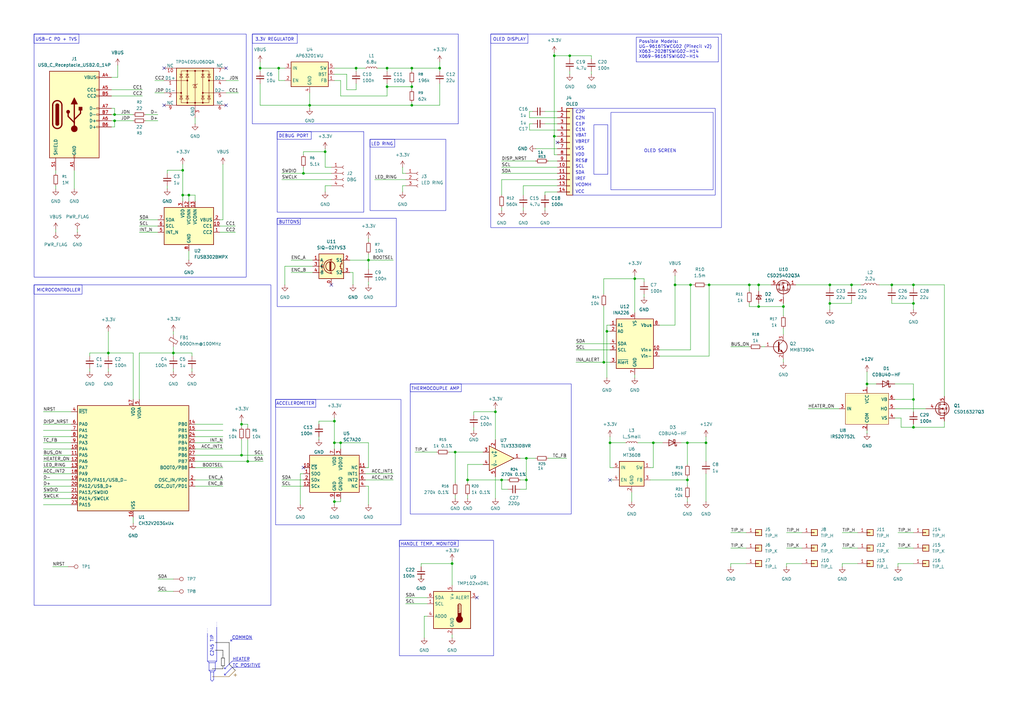
<source format=kicad_sch>
(kicad_sch
	(version 20250114)
	(generator "eeschema")
	(generator_version "9.0")
	(uuid "7095b018-eac3-4b01-b374-28e3216c4fd8")
	(paper "A3")
	
	(rectangle
		(start 113.03 163.83)
		(end 164.465 215.265)
		(stroke
			(width 0)
			(type default)
		)
		(fill
			(type none)
		)
		(uuid 25f66d05-38b5-4a17-99c1-8cad2c92cd3e)
	)
	(rectangle
		(start 13.97 13.97)
		(end 100.965 113.665)
		(stroke
			(width 0)
			(type default)
		)
		(fill
			(type none)
		)
		(uuid 34cfca7f-b72a-4261-a704-f33e6bc4b279)
	)
	(rectangle
		(start 113.03 163.83)
		(end 129.54 167.005)
		(stroke
			(width 0)
			(type default)
		)
		(fill
			(type none)
		)
		(uuid 37b1d202-d0af-4356-9cea-c5377ffdf5c6)
	)
	(rectangle
		(start 168.275 157.48)
		(end 189.23 160.655)
		(stroke
			(width 0)
			(type default)
		)
		(fill
			(type none)
		)
		(uuid 411456a7-808a-4a99-b2e7-4b00b0660778)
	)
	(rectangle
		(start 113.665 89.535)
		(end 123.19 92.075)
		(stroke
			(width 0)
			(type default)
		)
		(fill
			(type none)
		)
		(uuid 51756553-69aa-4f9f-a31a-a60fa2c78053)
	)
	(rectangle
		(start 113.665 53.975)
		(end 149.225 86.995)
		(stroke
			(width 0)
			(type default)
		)
		(fill
			(type none)
		)
		(uuid 5ccf0a54-c09c-402b-8c12-180398bcf0c0)
	)
	(rectangle
		(start 151.765 57.15)
		(end 182.88 86.36)
		(stroke
			(width 0)
			(type default)
		)
		(fill
			(type none)
		)
		(uuid 7ca7d888-0de2-4ee4-9e02-bce99f6c7310)
	)
	(rectangle
		(start 13.97 116.84)
		(end 33.655 120.65)
		(stroke
			(width 0)
			(type default)
		)
		(fill
			(type none)
		)
		(uuid 7d5ee34c-3c30-4116-b034-575f8f5cbca0)
	)
	(rectangle
		(start 113.665 89.535)
		(end 162.56 125.73)
		(stroke
			(width 0)
			(type default)
		)
		(fill
			(type none)
		)
		(uuid 9c119ec4-7162-4594-9de4-9af2e8ac3469)
	)
	(rectangle
		(start 103.505 13.97)
		(end 121.92 17.78)
		(stroke
			(width 0)
			(type default)
		)
		(fill
			(type none)
		)
		(uuid 9d5c2b83-1ad1-4eb5-9c00-115d7cfbb819)
	)
	(rectangle
		(start 168.275 157.48)
		(end 234.315 210.82)
		(stroke
			(width 0)
			(type default)
		)
		(fill
			(type none)
		)
		(uuid a57dfd79-f7b7-44cf-be58-21e0757161fa)
	)
	(rectangle
		(start 13.97 116.84)
		(end 111.125 248.285)
		(stroke
			(width 0)
			(type default)
		)
		(fill
			(type none)
		)
		(uuid a66c837f-d550-4ad5-b67a-1a34b6eaed03)
	)
	(rectangle
		(start 250.571 46.101)
		(end 292.481 77.851)
		(stroke
			(width 0)
			(type default)
		)
		(fill
			(type none)
		)
		(uuid b323df54-646c-4c42-ac5d-c702f5da28df)
	)
	(rectangle
		(start 13.97 13.97)
		(end 32.385 17.78)
		(stroke
			(width 0)
			(type default)
		)
		(fill
			(type none)
		)
		(uuid b41c86f7-a703-4da7-9c7c-3d6f2dbdab0b)
	)
	(rectangle
		(start 163.83 221.615)
		(end 187.96 224.155)
		(stroke
			(width 0)
			(type default)
		)
		(fill
			(type none)
		)
		(uuid b798fff3-5d10-4e4c-948c-461a0845de52)
	)
	(rectangle
		(start 151.765 57.15)
		(end 161.925 60.325)
		(stroke
			(width 0)
			(type default)
		)
		(fill
			(type none)
		)
		(uuid bb60d903-b4fc-4579-917b-d8b1327cda5c)
	)
	(rectangle
		(start 234.95 44.45)
		(end 293.37 80.01)
		(stroke
			(width 0)
			(type default)
		)
		(fill
			(type none)
		)
		(uuid c7ed09f4-c5b0-447c-8527-2fd1a9942fc7)
	)
	(rectangle
		(start 201.295 13.97)
		(end 295.91 93.345)
		(stroke
			(width 0)
			(type default)
		)
		(fill
			(type none)
		)
		(uuid c86b0301-7b25-4d55-b6bd-bf1af0f3ea13)
	)
	(rectangle
		(start 243.586 51.181)
		(end 249.301 71.501)
		(stroke
			(width 0)
			(type default)
		)
		(fill
			(type none)
		)
		(uuid cc173c2c-4802-4b85-8dc1-c0ed1e2586ae)
	)
	(rectangle
		(start 113.665 53.975)
		(end 127.635 57.15)
		(stroke
			(width 0)
			(type default)
		)
		(fill
			(type none)
		)
		(uuid d42d397b-7d5e-44b0-98a1-cec60f91a733)
	)
	(rectangle
		(start 103.505 13.97)
		(end 187.96 50.8)
		(stroke
			(width 0)
			(type default)
		)
		(fill
			(type none)
		)
		(uuid d5e44070-3c31-4662-9265-15546dcb33a9)
	)
	(rectangle
		(start 163.83 221.615)
		(end 202.438 268.986)
		(stroke
			(width 0)
			(type default)
		)
		(fill
			(type none)
		)
		(uuid dc78faa3-7706-462b-aff1-ea2259b8957d)
	)
	(rectangle
		(start 201.295 13.97)
		(end 216.535 17.78)
		(stroke
			(width 0)
			(type default)
		)
		(fill
			(type none)
		)
		(uuid df873f2f-b2dc-4231-b391-da9722f3ee43)
	)
	(text "COMMON"
		(exclude_from_sim no)
		(at 95.123 261.62 0)
		(effects
			(font
				(size 1.27 1.27)
			)
			(justify left)
		)
		(uuid "0da803d8-6a61-4b47-b3c4-8c42b4ebcdd7")
	)
	(text "3.3V REGULATOR"
		(exclude_from_sim no)
		(at 104.648 16.256 0)
		(effects
			(font
				(size 1.27 1.27)
			)
			(justify left)
		)
		(uuid "270c64e9-acc9-4bdf-adf9-51e85a7cfae3")
	)
	(text "C2N"
		(exclude_from_sim no)
		(at 235.966 48.514 0)
		(effects
			(font
				(size 1.27 1.27)
			)
			(justify left)
		)
		(uuid "303735e4-f194-4e97-9ddd-7741146e5965")
	)
	(text "USB-C PD + TVS"
		(exclude_from_sim no)
		(at 14.478 16.256 0)
		(effects
			(font
				(size 1.27 1.27)
			)
			(justify left)
		)
		(uuid "3b53ae36-2320-46df-8526-8d2b0e4cd267")
	)
	(text "BUTTONS"
		(exclude_from_sim no)
		(at 114.3 91.186 0)
		(effects
			(font
				(size 1.27 1.27)
			)
			(justify left)
		)
		(uuid "4ff0d853-92f6-4f02-aa33-1f252be5ef75")
	)
	(text "DEBUG PORT"
		(exclude_from_sim no)
		(at 114.3 55.88 0)
		(effects
			(font
				(size 1.27 1.27)
			)
			(justify left)
		)
		(uuid "5c2c7cad-81d2-418f-aeca-ca54c6312f8c")
	)
	(text "SCL"
		(exclude_from_sim no)
		(at 235.966 68.326 0)
		(effects
			(font
				(size 1.27 1.27)
			)
			(justify left)
		)
		(uuid "63c62cf3-4266-478a-9f68-199034fe5d8b")
	)
	(text "RES#"
		(exclude_from_sim no)
		(at 235.966 66.04 0)
		(effects
			(font
				(size 1.27 1.27)
			)
			(justify left)
		)
		(uuid "6ce3c0b9-bb73-4f4d-8996-df06398c02e3")
	)
	(text "C1P"
		(exclude_from_sim no)
		(at 235.966 51.054 0)
		(effects
			(font
				(size 1.27 1.27)
			)
			(justify left)
		)
		(uuid "6d196f00-fda4-408a-b16f-63e268646b7a")
	)
	(text "ACCELEROMETER"
		(exclude_from_sim no)
		(at 121.158 165.608 0)
		(effects
			(font
				(size 1.27 1.27)
			)
		)
		(uuid "6d3cce01-49eb-4036-848c-880563d726ff")
	)
	(text "HEATER"
		(exclude_from_sim no)
		(at 95.377 270.51 0)
		(effects
			(font
				(size 1.27 1.27)
			)
			(justify left)
		)
		(uuid "6f935533-365b-4490-a199-60d1f885e9c5")
	)
	(text "IREF"
		(exclude_from_sim no)
		(at 235.966 73.406 0)
		(effects
			(font
				(size 1.27 1.27)
			)
			(justify left)
		)
		(uuid "78269562-db7d-4f9c-9409-11de08793bfa")
	)
	(text "C1N"
		(exclude_from_sim no)
		(at 235.966 53.34 0)
		(effects
			(font
				(size 1.27 1.27)
			)
			(justify left)
		)
		(uuid "86eaf89d-7735-48bc-8adf-2c6d7e1c9267")
	)
	(text "C2P"
		(exclude_from_sim no)
		(at 235.966 45.974 0)
		(effects
			(font
				(size 1.27 1.27)
			)
			(justify left)
		)
		(uuid "88767c22-62f5-491f-8191-e622ce50d549")
	)
	(text "VDD"
		(exclude_from_sim no)
		(at 235.966 63.5 0)
		(effects
			(font
				(size 1.27 1.27)
			)
			(justify left)
		)
		(uuid "98ea20d6-f789-4c9a-9d2d-ddf9c4e55ce3")
	)
	(text "HANDLE TEMP. MONITOR"
		(exclude_from_sim no)
		(at 175.768 223.266 0)
		(effects
			(font
				(size 1.27 1.27)
			)
		)
		(uuid "9cf9be48-0da6-4698-b802-905b4321ec7e")
	)
	(text "TC POSITIVE"
		(exclude_from_sim no)
		(at 95.377 273.05 0)
		(effects
			(font
				(size 1.27 1.27)
			)
			(justify left)
		)
		(uuid "9da3b577-a0bb-4c33-9c3c-e8388ac87829")
	)
	(text "OLED SCREEN"
		(exclude_from_sim no)
		(at 270.764 61.976 0)
		(effects
			(font
				(size 1.27 1.27)
			)
		)
		(uuid "a7d4d929-dbaa-411d-a847-37e4617db2b8")
	)
	(text "VCC"
		(exclude_from_sim no)
		(at 235.966 78.74 0)
		(effects
			(font
				(size 1.27 1.27)
			)
			(justify left)
		)
		(uuid "c0b5be38-ee7a-4c62-b666-9455a24b9bdf")
	)
	(text "SDA"
		(exclude_from_sim no)
		(at 235.966 70.866 0)
		(effects
			(font
				(size 1.27 1.27)
			)
			(justify left)
		)
		(uuid "d1f23843-c159-4734-816f-e3ebdc7225d4")
	)
	(text "VBREF"
		(exclude_from_sim no)
		(at 235.966 58.166 0)
		(effects
			(font
				(size 1.27 1.27)
			)
			(justify left)
		)
		(uuid "dc92fbc2-eb7d-47ac-891e-6de1528c9506")
	)
	(text "OLED DISPLAY"
		(exclude_from_sim no)
		(at 202.184 16.256 0)
		(effects
			(font
				(size 1.27 1.27)
			)
			(justify left)
		)
		(uuid "e1182865-9cf6-484e-b369-4d8124243a24")
	)
	(text "VBAT"
		(exclude_from_sim no)
		(at 235.966 55.626 0)
		(effects
			(font
				(size 1.27 1.27)
			)
			(justify left)
		)
		(uuid "e5136794-6a5a-4728-b4d0-e47266a8ec2c")
	)
	(text "VSS"
		(exclude_from_sim no)
		(at 235.966 60.96 0)
		(effects
			(font
				(size 1.27 1.27)
			)
			(justify left)
		)
		(uuid "e5277a5c-1568-43ec-ab65-5c403a9ddad3")
	)
	(text "VCOMH"
		(exclude_from_sim no)
		(at 235.966 75.946 0)
		(effects
			(font
				(size 1.27 1.27)
			)
			(justify left)
		)
		(uuid "e677c7ab-e79d-4a1c-8a88-4a56ca5d6b79")
	)
	(text "THERMOCOUPLE AMP"
		(exclude_from_sim no)
		(at 178.562 159.512 0)
		(effects
			(font
				(size 1.27 1.27)
			)
		)
		(uuid "e865e2d4-df9a-47d7-8bc3-1d543675c813")
	)
	(text "C245 TIP"
		(exclude_from_sim no)
		(at 86.995 264.922 90)
		(effects
			(font
				(size 1.27 1.27)
			)
		)
		(uuid "ec1ed9c1-072b-4c68-8764-5736b7bc8d68")
	)
	(text "LED RING"
		(exclude_from_sim no)
		(at 156.718 59.182 0)
		(effects
			(font
				(size 1.27 1.27)
			)
		)
		(uuid "eebaafe7-13f6-4495-a884-67f3bb5c6ce1")
	)
	(text "MICROCONTROLLER"
		(exclude_from_sim no)
		(at 14.986 119.126 0)
		(effects
			(font
				(size 1.27 1.27)
			)
			(justify left)
		)
		(uuid "f4202bbd-17db-406a-9b6f-417fe43fdaab")
	)
	(text_box "Possible Models:\nUG-9616TSWCG02 (Pinecil v2)\nX063-2028TSWIG02-H14\nX069-9616TSWIG02-H14"
		(exclude_from_sim no)
		(at 260.985 15.24 0)
		(size 33.655 10.16)
		(margins 0.9525 0.9525 0.9525 0.9525)
		(stroke
			(width 0)
			(type solid)
		)
		(fill
			(type none)
		)
		(effects
			(font
				(size 1.27 1.27)
			)
			(justify left top)
		)
		(uuid "aff1d92e-7948-41af-95d4-eec0b0d11729")
	)
	(junction
		(at 340.36 116.84)
		(diameter 0)
		(color 0 0 0 0)
		(uuid "0249d269-810c-4792-bcad-62c507e2feae")
	)
	(junction
		(at 267.97 181.61)
		(diameter 0)
		(color 0 0 0 0)
		(uuid "07d79252-3cfe-49d3-a697-b5180f951c75")
	)
	(junction
		(at 146.05 27.94)
		(diameter 0)
		(color 0 0 0 0)
		(uuid "0acd8611-5527-40f7-90a3-5c60d1adc1d0")
	)
	(junction
		(at 283.21 116.84)
		(diameter 0)
		(color 0 0 0 0)
		(uuid "1ddbe419-3595-4df3-a72f-7cf030e34ac4")
	)
	(junction
		(at 99.06 173.99)
		(diameter 0)
		(color 0 0 0 0)
		(uuid "22bc19a2-e590-4ae5-87e1-2c346112c753")
	)
	(junction
		(at 374.65 175.26)
		(diameter 0)
		(color 0 0 0 0)
		(uuid "253e7a83-9b7c-4d4c-b8d1-7fbacce38609")
	)
	(junction
		(at 290.83 116.84)
		(diameter 0)
		(color 0 0 0 0)
		(uuid "344187d9-c96b-45fd-8f6c-b46a99aead8f")
	)
	(junction
		(at 101.6 189.23)
		(diameter 0)
		(color 0 0 0 0)
		(uuid "39afbb62-f4d9-47c5-b1ec-6bf8308a9b0e")
	)
	(junction
		(at 203.2 168.91)
		(diameter 0)
		(color 0 0 0 0)
		(uuid "3f9bcc33-18ad-48ec-8047-f514eddb9bd3")
	)
	(junction
		(at 340.36 124.46)
		(diameter 0)
		(color 0 0 0 0)
		(uuid "43942d84-b87b-4f4a-adb8-d0b0fad21d24")
	)
	(junction
		(at 374.65 163.83)
		(diameter 0)
		(color 0 0 0 0)
		(uuid "45cd84fd-2fd0-4481-9f27-779c4e05a620")
	)
	(junction
		(at 191.77 196.85)
		(diameter 0)
		(color 0 0 0 0)
		(uuid "4793f579-9960-4fea-a983-16516b9a6a74")
	)
	(junction
		(at 311.15 125.73)
		(diameter 0)
		(color 0 0 0 0)
		(uuid "49c221c5-b155-4b45-89fb-6e25d4f31e7a")
	)
	(junction
		(at 250.19 181.61)
		(diameter 0)
		(color 0 0 0 0)
		(uuid "4c2788f8-2f3d-4c09-bf35-9265ddb84f5d")
	)
	(junction
		(at 158.75 27.94)
		(diameter 0)
		(color 0 0 0 0)
		(uuid "4e457d4d-37fd-4b51-a420-85ebb8dc04c5")
	)
	(junction
		(at 168.91 35.56)
		(diameter 0)
		(color 0 0 0 0)
		(uuid "57d2e74f-9c65-42d1-a47a-8230db07f92e")
	)
	(junction
		(at 137.16 181.61)
		(diameter 0)
		(color 0 0 0 0)
		(uuid "589eff9d-eed1-4df5-98d6-26b7c768b426")
	)
	(junction
		(at 185.42 231.14)
		(diameter 0)
		(color 0 0 0 0)
		(uuid "5c8091f6-1fe8-4a10-b56d-0569715c68e9")
	)
	(junction
		(at 46.99 49.53)
		(diameter 0)
		(color 0 0 0 0)
		(uuid "5e8d1cf7-167e-4030-9f28-7c115ea5395b")
	)
	(junction
		(at 227.33 55.88)
		(diameter 0)
		(color 0 0 0 0)
		(uuid "5fbb3de9-86ee-49ad-a284-eb55f1cc692a")
	)
	(junction
		(at 168.91 43.18)
		(diameter 0)
		(color 0 0 0 0)
		(uuid "660d2309-d1aa-4d86-b95c-854e50c0a293")
	)
	(junction
		(at 168.91 27.94)
		(diameter 0)
		(color 0 0 0 0)
		(uuid "691dc945-779c-4911-8f56-5300f4d58275")
	)
	(junction
		(at 233.68 22.86)
		(diameter 0)
		(color 0 0 0 0)
		(uuid "73b54f8a-8892-4f5c-ad2f-0a2e6cc384c3")
	)
	(junction
		(at 205.74 196.85)
		(diameter 0)
		(color 0 0 0 0)
		(uuid "77d052f3-f174-4ac4-b7f3-74fd8cd4f0e2")
	)
	(junction
		(at 321.31 125.73)
		(diameter 0)
		(color 0 0 0 0)
		(uuid "79d322c6-a667-4208-9ff3-5ed13bd115b7")
	)
	(junction
		(at 260.35 114.3)
		(diameter 0)
		(color 0 0 0 0)
		(uuid "7d3edf29-0a34-493b-a403-4e5e153d29fc")
	)
	(junction
		(at 307.34 116.84)
		(diameter 0)
		(color 0 0 0 0)
		(uuid "80827189-6922-4e99-944c-27a95d11ce5b")
	)
	(junction
		(at 281.94 181.61)
		(diameter 0)
		(color 0 0 0 0)
		(uuid "81928cab-d290-47f7-99c7-9c8f417d4c4e")
	)
	(junction
		(at 137.16 172.72)
		(diameter 0)
		(color 0 0 0 0)
		(uuid "84b1d133-5555-4f34-9259-4c4a00397909")
	)
	(junction
		(at 158.75 35.56)
		(diameter 0)
		(color 0 0 0 0)
		(uuid "85eb43cd-2fb7-4c1a-b0ce-7e338a2da686")
	)
	(junction
		(at 215.9 196.85)
		(diameter 0)
		(color 0 0 0 0)
		(uuid "879d8513-8c12-4c71-805b-cfd0566ce6a8")
	)
	(junction
		(at 248.92 135.89)
		(diameter 0)
		(color 0 0 0 0)
		(uuid "87bdbf96-3d48-4981-b994-dfde82d815de")
	)
	(junction
		(at 276.86 116.84)
		(diameter 0)
		(color 0 0 0 0)
		(uuid "8921e9ca-0ecf-4755-b5c2-d0084cccd6cf")
	)
	(junction
		(at 99.06 186.69)
		(diameter 0)
		(color 0 0 0 0)
		(uuid "8f91cdd6-9b8f-41e7-aba5-783e4c94f1c2")
	)
	(junction
		(at 349.25 116.84)
		(diameter 0)
		(color 0 0 0 0)
		(uuid "924a9453-b138-4112-9cf9-cdd7d6fd271f")
	)
	(junction
		(at 227.33 22.86)
		(diameter 0)
		(color 0 0 0 0)
		(uuid "9531702c-c6a6-4297-8a10-64a5c6fc90b3")
	)
	(junction
		(at 374.65 124.46)
		(diameter 0)
		(color 0 0 0 0)
		(uuid "9ce0d5f7-a196-42ba-865b-78bc41279af1")
	)
	(junction
		(at 44.45 144.78)
		(diameter 0)
		(color 0 0 0 0)
		(uuid "9fa2ea7a-f50f-4f59-8f6e-1d8cc4b4f22f")
	)
	(junction
		(at 74.93 80.01)
		(diameter 0)
		(color 0 0 0 0)
		(uuid "a102cd63-af1a-49b4-9201-df06578d4c1f")
	)
	(junction
		(at 186.69 185.42)
		(diameter 0)
		(color 0 0 0 0)
		(uuid "abfdf2ca-6d75-42e4-bc8a-926f6a715c4d")
	)
	(junction
		(at 215.9 187.96)
		(diameter 0)
		(color 0 0 0 0)
		(uuid "aff6f7cf-f995-4965-9b70-2f6e1afd3257")
	)
	(junction
		(at 71.12 144.78)
		(diameter 0)
		(color 0 0 0 0)
		(uuid "cbafbc4a-ea32-4bc2-8303-c740f3149d9b")
	)
	(junction
		(at 151.13 106.68)
		(diameter 0)
		(color 0 0 0 0)
		(uuid "cbfb9910-a9c3-4d1d-beaf-ad4934f7e32e")
	)
	(junction
		(at 281.94 196.85)
		(diameter 0)
		(color 0 0 0 0)
		(uuid "cc109a5d-bdf8-421c-800f-f4fb1ea8fcea")
	)
	(junction
		(at 127 43.18)
		(diameter 0)
		(color 0 0 0 0)
		(uuid "d049456d-20ee-4308-a384-c295c5fb64a1")
	)
	(junction
		(at 77.47 80.01)
		(diameter 0)
		(color 0 0 0 0)
		(uuid "d075905e-0ee9-4e4e-bc8b-46248e59d6b7")
	)
	(junction
		(at 137.16 205.74)
		(diameter 0)
		(color 0 0 0 0)
		(uuid "d3c0ec6c-e13a-496a-ad1c-ba60afc46b96")
	)
	(junction
		(at 46.99 46.99)
		(diameter 0)
		(color 0 0 0 0)
		(uuid "d3cb3929-1383-43bf-9aa0-8d6179547879")
	)
	(junction
		(at 365.76 116.84)
		(diameter 0)
		(color 0 0 0 0)
		(uuid "d6376345-e63e-469e-b947-b621d80200ca")
	)
	(junction
		(at 374.65 116.84)
		(diameter 0)
		(color 0 0 0 0)
		(uuid "d9505c24-ab59-4a1d-8ead-8359d37f8315")
	)
	(junction
		(at 355.6 157.48)
		(diameter 0)
		(color 0 0 0 0)
		(uuid "db98d098-9019-45b6-80db-568ba28220c4")
	)
	(junction
		(at 74.93 69.85)
		(diameter 0)
		(color 0 0 0 0)
		(uuid "dced1970-c9d1-4fca-aa68-57578fbeec87")
	)
	(junction
		(at 133.35 62.23)
		(diameter 0)
		(color 0 0 0 0)
		(uuid "dd645f38-5944-4257-9764-2d12bcf783d9")
	)
	(junction
		(at 124.46 71.12)
		(diameter 0)
		(color 0 0 0 0)
		(uuid "e0c9883b-d031-4a61-9fde-76739f501e2c")
	)
	(junction
		(at 289.56 181.61)
		(diameter 0)
		(color 0 0 0 0)
		(uuid "e5115188-7348-4d7f-9464-18609567d3fc")
	)
	(junction
		(at 311.15 116.84)
		(diameter 0)
		(color 0 0 0 0)
		(uuid "e7b5bade-bac5-4818-84c3-18d6a9b8e9bf")
	)
	(junction
		(at 114.3 27.94)
		(diameter 0)
		(color 0 0 0 0)
		(uuid "e80bc681-7695-43f3-a2bd-d411c7e86409")
	)
	(junction
		(at 139.7 181.61)
		(diameter 0)
		(color 0 0 0 0)
		(uuid "ea9ea449-1699-40d7-8a1c-89a1d2111f96")
	)
	(junction
		(at 180.34 27.94)
		(diameter 0)
		(color 0 0 0 0)
		(uuid "efddc068-f25b-4568-b3c6-1c6aa0f4c97e")
	)
	(junction
		(at 106.68 27.94)
		(diameter 0)
		(color 0 0 0 0)
		(uuid "f1df4cab-d95d-4e21-b204-cc5686c3ccd2")
	)
	(junction
		(at 247.65 148.59)
		(diameter 0)
		(color 0 0 0 0)
		(uuid "f7b295b6-cf9f-4869-a52e-c95688582c78")
	)
	(no_connect
		(at 250.19 196.85)
		(uuid "42610673-a086-4c80-98c3-6ab3abc0bb64")
	)
	(no_connect
		(at 92.71 43.18)
		(uuid "46b4ccbc-24ab-4899-8505-9a1bc9336197")
	)
	(no_connect
		(at 67.31 27.94)
		(uuid "613b3790-5218-413f-a343-e26aa4ea4b95")
	)
	(no_connect
		(at 228.6 58.42)
		(uuid "8d801d13-32fe-4e34-8cc5-b8a86a497023")
	)
	(no_connect
		(at 195.58 245.11)
		(uuid "b019387a-2a10-4f2e-ad70-575cf4df82b8")
	)
	(no_connect
		(at 124.46 191.77)
		(uuid "bb17c601-45a1-4eb6-aaaf-eada3efdd523")
	)
	(no_connect
		(at 67.31 43.18)
		(uuid "c9b41e3a-80a4-4410-be4c-91975e86700a")
	)
	(no_connect
		(at 135.89 116.84)
		(uuid "d8cbb7b8-f348-43ed-b12a-7c884625729d")
	)
	(no_connect
		(at 92.71 27.94)
		(uuid "e9fc4535-1911-4390-b5e2-c282d53c9319")
	)
	(wire
		(pts
			(xy 99.06 186.69) (xy 107.95 186.69)
		)
		(stroke
			(width 0)
			(type default)
		)
		(uuid "00dc7f33-0b4e-4099-8479-24293b9aabac")
	)
	(wire
		(pts
			(xy 149.86 196.85) (xy 161.29 196.85)
		)
		(stroke
			(width 0)
			(type default)
		)
		(uuid "0156bf95-e162-433c-99c7-904c2f68448d")
	)
	(wire
		(pts
			(xy 306.07 231.14) (xy 299.72 231.14)
		)
		(stroke
			(width 0)
			(type default)
		)
		(uuid "01731df4-405d-4159-8024-ddbfe44e4824")
	)
	(wire
		(pts
			(xy 180.34 25.4) (xy 180.34 27.94)
		)
		(stroke
			(width 0)
			(type default)
		)
		(uuid "0280334b-627a-4233-a676-012a207d9298")
	)
	(wire
		(pts
			(xy 123.19 194.31) (xy 124.46 194.31)
		)
		(stroke
			(width 0)
			(type default)
		)
		(uuid "03f9526b-c252-4cea-a8ec-81306ff6df76")
	)
	(wire
		(pts
			(xy 260.35 153.67) (xy 260.35 154.94)
		)
		(stroke
			(width 0)
			(type default)
		)
		(uuid "045736e4-e075-41e5-b1c9-53ded6fc813c")
	)
	(wire
		(pts
			(xy 63.5 38.1) (xy 67.31 38.1)
		)
		(stroke
			(width 0)
			(type default)
		)
		(uuid "057a48eb-9b1d-42a5-bf44-6985b9321748")
	)
	(polyline
		(pts
			(xy 94.615 262.89) (xy 95.25 262.89)
		)
		(stroke
			(width 0)
			(type default)
		)
		(uuid "061e75a6-db12-4875-bb49-acc7a02aa4eb")
	)
	(wire
		(pts
			(xy 227.33 55.88) (xy 228.6 55.88)
		)
		(stroke
			(width 0)
			(type default)
		)
		(uuid "06a39b25-e5c0-48bf-8f66-6ff9e46efda7")
	)
	(polyline
		(pts
			(xy 93.98 263.525) (xy 93.98 272.415)
		)
		(stroke
			(width 0)
			(type solid)
			(color 0 0 0 1)
		)
		(uuid "076917fa-25ee-47d3-b2b0-165b02f01f24")
	)
	(wire
		(pts
			(xy 321.31 125.73) (xy 321.31 129.54)
		)
		(stroke
			(width 0)
			(type default)
		)
		(uuid "08062c1a-37c9-4e6c-9fbf-fc441415a02e")
	)
	(wire
		(pts
			(xy 68.58 69.85) (xy 74.93 69.85)
		)
		(stroke
			(width 0)
			(type default)
		)
		(uuid "088c7699-190e-4234-9815-fffe11d5ef7a")
	)
	(wire
		(pts
			(xy 267.97 181.61) (xy 267.97 191.77)
		)
		(stroke
			(width 0)
			(type default)
		)
		(uuid "08ca60c2-d79a-4019-861d-7c88280594b9")
	)
	(wire
		(pts
			(xy 68.58 76.2) (xy 68.58 77.47)
		)
		(stroke
			(width 0)
			(type default)
		)
		(uuid "090443bb-96fb-4f06-ac72-191a7f6e15f4")
	)
	(wire
		(pts
			(xy 96.52 95.25) (xy 90.17 95.25)
		)
		(stroke
			(width 0)
			(type default)
		)
		(uuid "091df10a-a778-479d-8cbf-324751cb3cc5")
	)
	(wire
		(pts
			(xy 115.57 199.39) (xy 124.46 199.39)
		)
		(stroke
			(width 0)
			(type default)
		)
		(uuid "093a4bfc-aabd-4586-948a-1580d9afeffa")
	)
	(wire
		(pts
			(xy 45.72 36.83) (xy 58.42 36.83)
		)
		(stroke
			(width 0)
			(type default)
		)
		(uuid "098337dc-d67f-4f92-9e59-aa0530495823")
	)
	(wire
		(pts
			(xy 367.03 163.83) (xy 374.65 163.83)
		)
		(stroke
			(width 0)
			(type default)
		)
		(uuid "0991fc57-c77d-4d8b-a7f5-93559a71531e")
	)
	(wire
		(pts
			(xy 368.3 218.44) (xy 374.65 218.44)
		)
		(stroke
			(width 0)
			(type default)
		)
		(uuid "0b3b1be4-2c7f-47f2-886c-9ff27992e090")
	)
	(wire
		(pts
			(xy 251.46 191.77) (xy 250.19 191.77)
		)
		(stroke
			(width 0)
			(type default)
		)
		(uuid "0bdd0dd3-1438-4145-a164-7482936ecc91")
	)
	(wire
		(pts
			(xy 355.6 176.53) (xy 355.6 177.8)
		)
		(stroke
			(width 0)
			(type default)
		)
		(uuid "0c9fa1d8-a413-4dad-b1e6-53724d6877dc")
	)
	(wire
		(pts
			(xy 80.01 184.15) (xy 91.44 184.15)
		)
		(stroke
			(width 0)
			(type default)
		)
		(uuid "0d0fb7d8-cf76-4ea3-b43e-0043f449d33e")
	)
	(wire
		(pts
			(xy 374.65 173.99) (xy 374.65 175.26)
		)
		(stroke
			(width 0)
			(type default)
		)
		(uuid "0d1d8e67-44be-4e93-8637-8b77df712344")
	)
	(wire
		(pts
			(xy 106.68 34.29) (xy 106.68 43.18)
		)
		(stroke
			(width 0)
			(type default)
		)
		(uuid "0d1da041-1604-484f-8588-64418e6780df")
	)
	(wire
		(pts
			(xy 250.19 179.07) (xy 250.19 181.61)
		)
		(stroke
			(width 0)
			(type default)
		)
		(uuid "0d6f32d5-98ad-41ed-b781-51035ba32ce2")
	)
	(polyline
		(pts
			(xy 99.695 273.685) (xy 106.68 273.685)
		)
		(stroke
			(width 0)
			(type default)
		)
		(uuid "0efdd063-1445-49ad-b269-05e1548bd623")
	)
	(wire
		(pts
			(xy 367.03 157.48) (xy 374.65 157.48)
		)
		(stroke
			(width 0)
			(type default)
		)
		(uuid "0f2a8a4d-3e10-44bf-9ebb-4b69f6c43acb")
	)
	(wire
		(pts
			(xy 17.78 191.77) (xy 29.21 191.77)
		)
		(stroke
			(width 0)
			(type default)
		)
		(uuid "0f968ad1-38fa-43f3-a9ca-eaab57060db2")
	)
	(wire
		(pts
			(xy 214.63 85.09) (xy 214.63 86.36)
		)
		(stroke
			(width 0)
			(type default)
		)
		(uuid "0fdf5b0f-14a7-4ff5-aee8-91dcf3e80430")
	)
	(wire
		(pts
			(xy 355.6 157.48) (xy 355.6 158.75)
		)
		(stroke
			(width 0)
			(type default)
		)
		(uuid "10879948-174d-4f3a-9f51-53823fa9a5bd")
	)
	(wire
		(pts
			(xy 168.91 35.56) (xy 158.75 35.56)
		)
		(stroke
			(width 0)
			(type default)
		)
		(uuid "1190a964-f3bd-43e5-a242-6444d80cf4b2")
	)
	(polyline
		(pts
			(xy 86.995 277.495) (xy 93.98 277.495)
		)
		(stroke
			(width 0)
			(type solid)
			(color 128 77 0 1)
		)
		(uuid "11cf35b8-cd1b-4b18-8246-50d401672c42")
	)
	(wire
		(pts
			(xy 289.56 189.23) (xy 289.56 181.61)
		)
		(stroke
			(width 0)
			(type default)
		)
		(uuid "1213dcc9-1528-4b78-b712-6cdbea454856")
	)
	(wire
		(pts
			(xy 191.77 196.85) (xy 191.77 190.5)
		)
		(stroke
			(width 0)
			(type default)
		)
		(uuid "12f02fb2-28a7-4766-ae13-424545151178")
	)
	(wire
		(pts
			(xy 137.16 181.61) (xy 137.16 184.15)
		)
		(stroke
			(width 0)
			(type default)
		)
		(uuid "135c080a-b87a-42f2-bd23-e8f54c5ee6c7")
	)
	(wire
		(pts
			(xy 165.1 78.74) (xy 165.1 76.2)
		)
		(stroke
			(width 0)
			(type default)
		)
		(uuid "13a8fbae-4055-4538-a775-7561035458e6")
	)
	(wire
		(pts
			(xy 185.42 231.14) (xy 185.42 240.03)
		)
		(stroke
			(width 0)
			(type default)
		)
		(uuid "13ad3050-341d-4764-8a4c-837cb1090bc6")
	)
	(wire
		(pts
			(xy 191.77 196.85) (xy 205.74 196.85)
		)
		(stroke
			(width 0)
			(type default)
		)
		(uuid "13e7537a-edd6-43d5-8bb0-f6eb3d491016")
	)
	(wire
		(pts
			(xy 321.31 134.62) (xy 321.31 137.16)
		)
		(stroke
			(width 0)
			(type default)
		)
		(uuid "140f51ad-94a6-4a5e-a14c-9ccc995ffe92")
	)
	(wire
		(pts
			(xy 215.9 196.85) (xy 215.9 187.96)
		)
		(stroke
			(width 0)
			(type default)
		)
		(uuid "1427c6b1-5293-499b-9663-f54121cc8ca4")
	)
	(wire
		(pts
			(xy 48.26 31.75) (xy 48.26 26.67)
		)
		(stroke
			(width 0)
			(type default)
		)
		(uuid "14b83c6b-fa77-4ec1-b020-d89f490dd1db")
	)
	(wire
		(pts
			(xy 374.65 116.84) (xy 374.65 118.11)
		)
		(stroke
			(width 0)
			(type default)
		)
		(uuid "154f7824-5e3a-4df6-a265-e8ad4cf18628")
	)
	(wire
		(pts
			(xy 119.38 106.68) (xy 128.27 106.68)
		)
		(stroke
			(width 0)
			(type default)
		)
		(uuid "15d75b7e-53c1-4b3b-bead-3e9845084cb1")
	)
	(wire
		(pts
			(xy 203.2 167.64) (xy 203.2 168.91)
		)
		(stroke
			(width 0)
			(type default)
		)
		(uuid "16a235b6-6479-41c3-934b-5990cd87fafe")
	)
	(wire
		(pts
			(xy 227.33 55.88) (xy 227.33 63.5)
		)
		(stroke
			(width 0)
			(type default)
		)
		(uuid "16a6ad92-1a6b-4d2b-93f1-5652f5947dbb")
	)
	(wire
		(pts
			(xy 168.91 29.21) (xy 168.91 27.94)
		)
		(stroke
			(width 0)
			(type default)
		)
		(uuid "16beecb1-a5ab-433f-9aa9-d5c8af0be23d")
	)
	(polyline
		(pts
			(xy 95.885 276.86) (xy 97.155 276.86)
		)
		(stroke
			(width 0)
			(type solid)
			(color 128 77 0 1)
		)
		(uuid "17532791-aaa0-48e6-a3d3-84b5cfe2ffdf")
	)
	(wire
		(pts
			(xy 45.72 52.07) (xy 46.99 52.07)
		)
		(stroke
			(width 0)
			(type default)
		)
		(uuid "18438b3a-827e-4972-b4d2-e39627126fd2")
	)
	(wire
		(pts
			(xy 17.78 186.69) (xy 29.21 186.69)
		)
		(stroke
			(width 0)
			(type default)
		)
		(uuid "185cc638-609c-4acf-9a83-434d47f9bece")
	)
	(wire
		(pts
			(xy 322.58 218.44) (xy 328.93 218.44)
		)
		(stroke
			(width 0)
			(type default)
		)
		(uuid "186284b8-bd67-4889-90c2-387a38831a45")
	)
	(wire
		(pts
			(xy 289.56 181.61) (xy 281.94 181.61)
		)
		(stroke
			(width 0)
			(type default)
		)
		(uuid "18853170-98c0-4142-a886-9b88272679cd")
	)
	(wire
		(pts
			(xy 250.19 191.77) (xy 250.19 181.61)
		)
		(stroke
			(width 0)
			(type default)
		)
		(uuid "19c2bb4e-b6a2-428b-b46d-e50a0b5d9ad9")
	)
	(wire
		(pts
			(xy 17.78 201.93) (xy 29.21 201.93)
		)
		(stroke
			(width 0)
			(type default)
		)
		(uuid "1a675778-1e38-4114-a392-a674b2dc8fa9")
	)
	(wire
		(pts
			(xy 290.83 116.84) (xy 290.83 146.05)
		)
		(stroke
			(width 0)
			(type default)
		)
		(uuid "1a894749-5980-44f8-be8f-1f0ca672c7df")
	)
	(wire
		(pts
			(xy 71.12 135.89) (xy 71.12 137.16)
		)
		(stroke
			(width 0)
			(type default)
		)
		(uuid "1ae0b9e3-10e0-4c50-8291-792664f6f6ce")
	)
	(wire
		(pts
			(xy 374.65 175.26) (xy 387.35 175.26)
		)
		(stroke
			(width 0)
			(type default)
		)
		(uuid "1b77d230-b149-4ebc-9500-892f807d9feb")
	)
	(wire
		(pts
			(xy 101.6 175.26) (xy 101.6 173.99)
		)
		(stroke
			(width 0)
			(type default)
		)
		(uuid "1beeb275-c1cd-4b8f-a12a-830eb9c2286d")
	)
	(wire
		(pts
			(xy 80.01 199.39) (xy 91.44 199.39)
		)
		(stroke
			(width 0)
			(type default)
		)
		(uuid "1c31a3a0-71be-4869-aecb-fe7720f70370")
	)
	(polyline
		(pts
			(xy 91.44 268.605) (xy 91.44 269.875)
		)
		(stroke
			(width 0)
			(type solid)
			(color 0 0 0 1)
		)
		(uuid "1cb32bb3-76dc-4823-be3a-ee1c82fb9d6e")
	)
	(wire
		(pts
			(xy 345.44 231.14) (xy 351.79 231.14)
		)
		(stroke
			(width 0)
			(type default)
		)
		(uuid "1cf9f715-8924-4551-8321-2cb14bcb7a4b")
	)
	(wire
		(pts
			(xy 168.91 43.18) (xy 127 43.18)
		)
		(stroke
			(width 0)
			(type default)
		)
		(uuid "1efe1ac7-40f4-4f17-9d42-17e1c9f0de6b")
	)
	(polyline
		(pts
			(xy 94.615 262.89) (xy 95.25 262.255)
		)
		(stroke
			(width 0)
			(type default)
		)
		(uuid "1fc62f63-6cba-4ff0-930d-1f292e0bfa84")
	)
	(wire
		(pts
			(xy 80.01 181.61) (xy 91.44 181.61)
		)
		(stroke
			(width 0)
			(type default)
		)
		(uuid "1fd72b09-6ab8-4dc4-8f0b-ca67c9a74253")
	)
	(wire
		(pts
			(xy 68.58 71.12) (xy 68.58 69.85)
		)
		(stroke
			(width 0)
			(type default)
		)
		(uuid "202b5c7b-0b11-4522-bc46-256551c46d63")
	)
	(wire
		(pts
			(xy 116.84 27.94) (xy 114.3 27.94)
		)
		(stroke
			(width 0)
			(type default)
		)
		(uuid "202f5003-0a48-4fcb-962b-eb5d0b2eea8c")
	)
	(polyline
		(pts
			(xy 85.09 271.145) (xy 88.9 271.145)
		)
		(stroke
			(width 0)
			(type default)
		)
		(uuid "20c289f8-34a5-48ed-8d32-b4b9e5521011")
	)
	(wire
		(pts
			(xy 172.72 231.14) (xy 185.42 231.14)
		)
		(stroke
			(width 0)
			(type default)
		)
		(uuid "20e2fb42-fafd-4f0a-849e-70f241cf50dd")
	)
	(wire
		(pts
			(xy 77.47 102.87) (xy 77.47 106.68)
		)
		(stroke
			(width 0)
			(type default)
		)
		(uuid "21a2f101-e4da-4991-a949-92df212cf85b")
	)
	(polyline
		(pts
			(xy 95.25 262.255) (xy 103.505 262.255)
		)
		(stroke
			(width 0)
			(type default)
		)
		(uuid "225ad2a0-3f91-4b41-b14c-33002ef325b8")
	)
	(wire
		(pts
			(xy 180.34 43.18) (xy 168.91 43.18)
		)
		(stroke
			(width 0)
			(type default)
		)
		(uuid "228d2b28-0e5e-4a0f-9a64-60ca034456d5")
	)
	(wire
		(pts
			(xy 22.86 69.85) (xy 22.86 71.12)
		)
		(stroke
			(width 0)
			(type default)
		)
		(uuid "22ceb097-bc74-4764-aecd-0b980944d711")
	)
	(wire
		(pts
			(xy 299.72 224.79) (xy 306.07 224.79)
		)
		(stroke
			(width 0)
			(type default)
		)
		(uuid "234d1ba8-847a-498b-b1ae-e4eb0f0e2c2e")
	)
	(polyline
		(pts
			(xy 93.98 277.495) (xy 96.52 274.955)
		)
		(stroke
			(width 0)
			(type solid)
			(color 128 77 0 1)
		)
		(uuid "23b27315-c748-4e5f-bfe8-f12b825cfb87")
	)
	(wire
		(pts
			(xy 168.91 34.29) (xy 168.91 35.56)
		)
		(stroke
			(width 0)
			(type default)
		)
		(uuid "24d5a81f-7436-4451-bff0-11fbe42d2c28")
	)
	(wire
		(pts
			(xy 368.3 231.14) (xy 374.65 231.14)
		)
		(stroke
			(width 0)
			(type default)
		)
		(uuid "2616a777-c896-4d19-9dd1-44f1b40faa16")
	)
	(wire
		(pts
			(xy 340.36 123.19) (xy 340.36 124.46)
		)
		(stroke
			(width 0)
			(type default)
		)
		(uuid "262148e9-abf9-4df4-8abe-6bc1166237b2")
	)
	(wire
		(pts
			(xy 345.44 224.79) (xy 351.79 224.79)
		)
		(stroke
			(width 0)
			(type default)
		)
		(uuid "28258bd8-18c4-469b-be71-ef9ab42f0cf4")
	)
	(wire
		(pts
			(xy 208.28 200.66) (xy 205.74 200.66)
		)
		(stroke
			(width 0)
			(type default)
		)
		(uuid "28f9a714-ce47-4a87-9eba-39a2e1e51e21")
	)
	(wire
		(pts
			(xy 158.75 39.37) (xy 139.7 39.37)
		)
		(stroke
			(width 0)
			(type default)
		)
		(uuid "296133f5-2a32-47e9-994c-67f3c4c032fa")
	)
	(wire
		(pts
			(xy 46.99 44.45) (xy 46.99 46.99)
		)
		(stroke
			(width 0)
			(type default)
		)
		(uuid "2b6c7f04-a093-4524-90eb-496f9f787527")
	)
	(wire
		(pts
			(xy 205.74 73.66) (xy 205.74 80.01)
		)
		(stroke
			(width 0)
			(type default)
		)
		(uuid "2c6750b6-74c7-4d32-8f14-8af4353a5366")
	)
	(wire
		(pts
			(xy 127 43.18) (xy 127 44.45)
		)
		(stroke
			(width 0)
			(type default)
		)
		(uuid "2caf9a90-c3fc-4061-b393-2a0dec203c07")
	)
	(wire
		(pts
			(xy 270.51 146.05) (xy 290.83 146.05)
		)
		(stroke
			(width 0)
			(type default)
		)
		(uuid "2d33e4d5-c7ce-4694-ab29-5a6f11a02904")
	)
	(wire
		(pts
			(xy 45.72 31.75) (xy 48.26 31.75)
		)
		(stroke
			(width 0)
			(type default)
		)
		(uuid "2f68ac55-2ae3-4fdc-bcfb-21f448f1abfc")
	)
	(wire
		(pts
			(xy 17.78 194.31) (xy 29.21 194.31)
		)
		(stroke
			(width 0)
			(type default)
		)
		(uuid "2fdf26ff-e34d-47ed-b024-4ecb4d28caf6")
	)
	(wire
		(pts
			(xy 137.16 171.45) (xy 137.16 172.72)
		)
		(stroke
			(width 0)
			(type default)
		)
		(uuid "2ff8f590-a0dd-4986-b523-e06c9b3827a0")
	)
	(polyline
		(pts
			(xy 85.09 257.81) (xy 85.09 259.715)
		)
		(stroke
			(width 0)
			(type dot)
		)
		(uuid "30942881-eef2-4f32-b0ca-a19e1cdb685d")
	)
	(wire
		(pts
			(xy 133.35 68.58) (xy 133.35 62.23)
		)
		(stroke
			(width 0)
			(type default)
		)
		(uuid "3096bc9d-6be7-44be-98b5-33a16aea1377")
	)
	(wire
		(pts
			(xy 146.05 36.83) (xy 142.24 36.83)
		)
		(stroke
			(width 0)
			(type default)
		)
		(uuid "326fcbeb-6568-414a-bae2-3482d5ca26c6")
	)
	(wire
		(pts
			(xy 99.06 180.34) (xy 99.06 186.69)
		)
		(stroke
			(width 0)
			(type default)
		)
		(uuid "3355cf20-4f86-473a-8cad-ce6847f6a0c1")
	)
	(wire
		(pts
			(xy 279.4 181.61) (xy 281.94 181.61)
		)
		(stroke
			(width 0)
			(type default)
		)
		(uuid "33fe9200-0def-4577-bcb2-84f0425cf81a")
	)
	(wire
		(pts
			(xy 130.81 173.99) (xy 130.81 172.72)
		)
		(stroke
			(width 0)
			(type default)
		)
		(uuid "34170387-03a3-4d7d-9f6a-9db512b2f47f")
	)
	(wire
		(pts
			(xy 166.37 247.65) (xy 175.26 247.65)
		)
		(stroke
			(width 0)
			(type default)
		)
		(uuid "341789fe-a59e-4da5-ae7d-726d1c3b5568")
	)
	(wire
		(pts
			(xy 124.46 68.58) (xy 124.46 71.12)
		)
		(stroke
			(width 0)
			(type default)
		)
		(uuid "3489d8e5-ab2a-461f-baae-51519db62919")
	)
	(wire
		(pts
			(xy 114.3 27.94) (xy 106.68 27.94)
		)
		(stroke
			(width 0)
			(type default)
		)
		(uuid "35fc1e6c-2319-48d6-b1ef-3f4c892dc210")
	)
	(wire
		(pts
			(xy 312.42 142.24) (xy 313.69 142.24)
		)
		(stroke
			(width 0)
			(type default)
		)
		(uuid "37ff9f80-1cec-42a9-9373-4b2b8c44b1b5")
	)
	(wire
		(pts
			(xy 106.68 27.94) (xy 106.68 29.21)
		)
		(stroke
			(width 0)
			(type default)
		)
		(uuid "3855a61f-666e-4706-aff6-2793b5d48fb3")
	)
	(wire
		(pts
			(xy 80.01 48.26) (xy 80.01 50.8)
		)
		(stroke
			(width 0)
			(type default)
		)
		(uuid "3884bd08-970a-4525-a7ae-3d118eacfc46")
	)
	(wire
		(pts
			(xy 311.15 116.84) (xy 311.15 119.38)
		)
		(stroke
			(width 0)
			(type default)
		)
		(uuid "3908114b-a56d-4191-8639-e36105ff278d")
	)
	(polyline
		(pts
			(xy 86.995 279.4) (xy 86.36 278.765)
		)
		(stroke
			(width 0)
			(type default)
		)
		(uuid "39a12aa5-75fa-4b65-96a9-f0b6425df50e")
	)
	(wire
		(pts
			(xy 248.92 133.35) (xy 248.92 135.89)
		)
		(stroke
			(width 0)
			(type default)
		)
		(uuid "3a0409a1-4779-4106-95b5-a92b7a15922b")
	)
	(wire
		(pts
			(xy 374.65 124.46) (xy 374.65 127)
		)
		(stroke
			(width 0)
			(type default)
		)
		(uuid "3a2f0939-ff0c-439a-a3d0-aa91e8aa0534")
	)
	(wire
		(pts
			(xy 80.01 189.23) (xy 101.6 189.23)
		)
		(stroke
			(width 0)
			(type default)
		)
		(uuid "3b2755e3-1aad-493d-a2e7-3f4591a11d7c")
	)
	(wire
		(pts
			(xy 173.99 252.73) (xy 175.26 252.73)
		)
		(stroke
			(width 0)
			(type default)
		)
		(uuid "3b38ad4a-210c-4653-8f38-addeac942aa8")
	)
	(wire
		(pts
			(xy 64.77 242.57) (xy 71.12 242.57)
		)
		(stroke
			(width 0)
			(type default)
		)
		(uuid "3bd21cd8-27e7-4425-90d9-0c1fa6bca675")
	)
	(wire
		(pts
			(xy 180.34 29.21) (xy 180.34 27.94)
		)
		(stroke
			(width 0)
			(type default)
		)
		(uuid "3be291d1-3abb-48c6-8d25-0c043a9fcb68")
	)
	(wire
		(pts
			(xy 228.6 53.34) (xy 217.17 53.34)
		)
		(stroke
			(width 0)
			(type default)
		)
		(uuid "3cc74a2e-0fe8-421a-b5ee-daa8e8b3a712")
	)
	(wire
		(pts
			(xy 101.6 180.34) (xy 101.6 189.23)
		)
		(stroke
			(width 0)
			(type default)
		)
		(uuid "3d66e467-5e98-4d44-9cd7-d42b374333f2")
	)
	(wire
		(pts
			(xy 149.86 194.31) (xy 161.29 194.31)
		)
		(stroke
			(width 0)
			(type default)
		)
		(uuid "3dfd848b-4804-469d-ba55-8f1198f28669")
	)
	(wire
		(pts
			(xy 80.01 82.55) (xy 80.01 80.01)
		)
		(stroke
			(width 0)
			(type default)
		)
		(uuid "3e4e7e11-8ad6-4786-a34f-fff983e1eca2")
	)
	(wire
		(pts
			(xy 124.46 63.5) (xy 124.46 62.23)
		)
		(stroke
			(width 0)
			(type default)
		)
		(uuid "3e76c288-adb1-4feb-9b70-bff9966bc496")
	)
	(wire
		(pts
			(xy 224.79 66.04) (xy 228.6 66.04)
		)
		(stroke
			(width 0)
			(type default)
		)
		(uuid "3e7e3e9e-2270-4d22-887c-ad05a3264519")
	)
	(wire
		(pts
			(xy 173.99 252.73) (xy 173.99 261.62)
		)
		(stroke
			(width 0)
			(type default)
		)
		(uuid "3e8598e5-93ff-4fd5-aa2e-a75496db7d89")
	)
	(wire
		(pts
			(xy 340.36 116.84) (xy 349.25 116.84)
		)
		(stroke
			(width 0)
			(type default)
		)
		(uuid "3ecf81df-9e81-47a2-bb7f-3e3b31d22ef4")
	)
	(polyline
		(pts
			(xy 88.265 271.78) (xy 88.9 271.145)
		)
		(stroke
			(width 0)
			(type default)
		)
		(uuid "3f1ed005-b0c4-40ad-9197-7ee26953d7dd")
	)
	(wire
		(pts
			(xy 59.69 49.53) (xy 64.77 49.53)
		)
		(stroke
			(width 0)
			(type default)
		)
		(uuid "3fb95421-59f4-497f-8b94-8962c1179ed1")
	)
	(wire
		(pts
			(xy 21.59 232.41) (xy 27.94 232.41)
		)
		(stroke
			(width 0)
			(type default)
		)
		(uuid "3fcfaa5f-7c10-451a-9356-b0f126700f56")
	)
	(polyline
		(pts
			(xy 86.36 275.59) (xy 87.63 275.59)
		)
		(stroke
			(width 0)
			(type default)
		)
		(uuid "408fde12-3570-41a6-a6b3-a9a07b0b2765")
	)
	(wire
		(pts
			(xy 36.83 144.78) (xy 44.45 144.78)
		)
		(stroke
			(width 0)
			(type default)
		)
		(uuid "40920f53-5818-408c-bc37-08872dc5c2db")
	)
	(wire
		(pts
			(xy 151.13 199.39) (xy 151.13 207.01)
		)
		(stroke
			(width 0)
			(type default)
		)
		(uuid "40b028e4-52bf-4d41-b4ef-331b7c9a978e")
	)
	(wire
		(pts
			(xy 311.15 116.84) (xy 316.23 116.84)
		)
		(stroke
			(width 0)
			(type default)
		)
		(uuid "41c120b9-b297-44fa-bf6c-b24df469e80b")
	)
	(wire
		(pts
			(xy 307.34 125.73) (xy 311.15 125.73)
		)
		(stroke
			(width 0)
			(type default)
		)
		(uuid "41cf549e-acc4-4061-b6a6-30fa3d31eade")
	)
	(wire
		(pts
			(xy 77.47 82.55) (xy 77.47 80.01)
		)
		(stroke
			(width 0)
			(type default)
		)
		(uuid "423877f7-3964-4207-bf01-049fd7af0054")
	)
	(wire
		(pts
			(xy 17.78 196.85) (xy 29.21 196.85)
		)
		(stroke
			(width 0)
			(type default)
		)
		(uuid "42f132ab-3d88-4d94-a4be-5fc595d1db7a")
	)
	(wire
		(pts
			(xy 149.86 199.39) (xy 151.13 199.39)
		)
		(stroke
			(width 0)
			(type default)
		)
		(uuid "435771e7-7406-4d64-854d-386effbd573f")
	)
	(wire
		(pts
			(xy 185.42 260.35) (xy 185.42 261.62)
		)
		(stroke
			(width 0)
			(type default)
		)
		(uuid "436a9532-4b28-4da6-a2a7-4db1cc529d67")
	)
	(wire
		(pts
			(xy 45.72 39.37) (xy 58.42 39.37)
		)
		(stroke
			(width 0)
			(type default)
		)
		(uuid "44f9df40-5b32-48e7-b548-a32438cf0dfd")
	)
	(wire
		(pts
			(xy 106.68 43.18) (xy 127 43.18)
		)
		(stroke
			(width 0)
			(type default)
		)
		(uuid "4565d69f-09cb-47a5-b4c9-ecffd44c036a")
	)
	(wire
		(pts
			(xy 80.01 176.53) (xy 91.44 176.53)
		)
		(stroke
			(width 0)
			(type default)
		)
		(uuid "4596f730-10f5-40fb-b4a9-9bd59c991688")
	)
	(wire
		(pts
			(xy 115.57 71.12) (xy 124.46 71.12)
		)
		(stroke
			(width 0)
			(type default)
		)
		(uuid "45bd1a1a-91e4-470b-8d51-c9ea56fa7bc9")
	)
	(wire
		(pts
			(xy 233.68 29.21) (xy 233.68 30.48)
		)
		(stroke
			(width 0)
			(type default)
		)
		(uuid "46dd8646-50ac-4ac6-9c60-c9a27d511d5f")
	)
	(wire
		(pts
			(xy 322.58 224.79) (xy 328.93 224.79)
		)
		(stroke
			(width 0)
			(type default)
		)
		(uuid "4715cb89-1598-4b7d-ac82-303c30310351")
	)
	(wire
		(pts
			(xy 46.99 46.99) (xy 54.61 46.99)
		)
		(stroke
			(width 0)
			(type default)
		)
		(uuid "477f52c3-2d50-4858-b854-31927f0e8c86")
	)
	(polyline
		(pts
			(xy 87.63 275.59) (xy 88.265 274.955)
		)
		(stroke
			(width 0)
			(type default)
		)
		(uuid "487c6231-1773-4b77-8a90-2b51324542fb")
	)
	(wire
		(pts
			(xy 223.52 78.74) (xy 223.52 80.01)
		)
		(stroke
			(width 0)
			(type default)
		)
		(uuid "4be25685-095f-4656-b86d-69637547dd3b")
	)
	(wire
		(pts
			(xy 340.36 116.84) (xy 340.36 118.11)
		)
		(stroke
			(width 0)
			(type default)
		)
		(uuid "4e99a8fd-f4d3-4c17-848b-2698530b5197")
	)
	(wire
		(pts
			(xy 251.46 196.85) (xy 250.19 196.85)
		)
		(stroke
			(width 0)
			(type default)
		)
		(uuid "4f182bad-5ca9-49c8-9368-76b118d2c621")
	)
	(wire
		(pts
			(xy 139.7 33.02) (xy 137.16 33.02)
		)
		(stroke
			(width 0)
			(type default)
		)
		(uuid "4f4b934f-7d9e-412b-a153-41f1a475441a")
	)
	(wire
		(pts
			(xy 168.91 35.56) (xy 168.91 36.83)
		)
		(stroke
			(width 0)
			(type default)
		)
		(uuid "4f4c64e9-e529-4f2c-af20-cc0cf916c658")
	)
	(wire
		(pts
			(xy 374.65 168.91) (xy 374.65 163.83)
		)
		(stroke
			(width 0)
			(type default)
		)
		(uuid "50105f6a-2056-4e3f-82d2-91660983096a")
	)
	(wire
		(pts
			(xy 180.34 34.29) (xy 180.34 43.18)
		)
		(stroke
			(width 0)
			(type default)
		)
		(uuid "507295aa-769d-4e4c-bb64-5cef23014ec1")
	)
	(wire
		(pts
			(xy 233.68 22.86) (xy 242.57 22.86)
		)
		(stroke
			(width 0)
			(type default)
		)
		(uuid "50f5870c-dfc9-4c5e-8373-f3177df46256")
	)
	(wire
		(pts
			(xy 186.69 185.42) (xy 198.12 185.42)
		)
		(stroke
			(width 0)
			(type default)
		)
		(uuid "526aab1b-2e86-46aa-a2ed-11f7074eac6c")
	)
	(wire
		(pts
			(xy 205.74 200.66) (xy 205.74 196.85)
		)
		(stroke
			(width 0)
			(type default)
		)
		(uuid "52b05445-eba3-468e-a8e4-7f5fee37bfa3")
	)
	(wire
		(pts
			(xy 205.74 66.04) (xy 219.71 66.04)
		)
		(stroke
			(width 0)
			(type default)
		)
		(uuid "540bbf13-80aa-48fb-9f7d-839a09a5e5d1")
	)
	(wire
		(pts
			(xy 228.6 73.66) (xy 205.74 73.66)
		)
		(stroke
			(width 0)
			(type default)
		)
		(uuid "5441edd1-fe7e-4fc1-8c5a-7afde3fde38f")
	)
	(polyline
		(pts
			(xy 96.52 276.86) (xy 96.52 277.495)
		)
		(stroke
			(width 0)
			(type solid)
			(color 128 77 0 1)
		)
		(uuid "549f7d33-df1a-4157-b27b-cda644c8c858")
	)
	(wire
		(pts
			(xy 340.36 124.46) (xy 340.36 127)
		)
		(stroke
			(width 0)
			(type default)
		)
		(uuid "554e0618-b875-42f8-ad02-976aa2b894f8")
	)
	(wire
		(pts
			(xy 217.17 53.34) (xy 217.17 50.8)
		)
		(stroke
			(width 0)
			(type default)
		)
		(uuid "55888b6b-83fa-452a-ac63-f7c4165439be")
	)
	(wire
		(pts
			(xy 307.34 116.84) (xy 307.34 119.38)
		)
		(stroke
			(width 0)
			(type default)
		)
		(uuid "5693af39-2254-4348-86fd-048eaae0a94e")
	)
	(wire
		(pts
			(xy 139.7 181.61) (xy 137.16 181.61)
		)
		(stroke
			(width 0)
			(type default)
		)
		(uuid "56c01bcc-786b-47f7-8417-e078665f707d")
	)
	(polyline
		(pts
			(xy 88.9 260.985) (xy 88.9 271.145)
		)
		(stroke
			(width 0)
			(type default)
		)
		(uuid "571ad815-3560-4869-9402-9e035e073bee")
	)
	(polyline
		(pts
			(xy 85.725 274.955) (xy 88.265 274.955)
		)
		(stroke
			(width 0)
			(type default)
		)
		(uuid "575c8698-c27c-4d0c-8e94-26ba33b37ef2")
	)
	(polyline
		(pts
			(xy 92.075 276.86) (xy 92.71 276.86)
		)
		(stroke
			(width 0)
			(type default)
		)
		(uuid "57756501-698a-4c0b-9d6b-350e98eae3bb")
	)
	(wire
		(pts
			(xy 45.72 49.53) (xy 46.99 49.53)
		)
		(stroke
			(width 0)
			(type default)
		)
		(uuid "58311d62-5209-4668-8c0a-0688eaefff65")
	)
	(wire
		(pts
			(xy 266.7 191.77) (xy 267.97 191.77)
		)
		(stroke
			(width 0)
			(type default)
		)
		(uuid "58f700b7-37c3-4310-b500-1cda82d09e21")
	)
	(wire
		(pts
			(xy 270.51 133.35) (xy 276.86 133.35)
		)
		(stroke
			(width 0)
			(type default)
		)
		(uuid "5a2f677e-da28-4930-aff2-d5f8626c3fb3")
	)
	(wire
		(pts
			(xy 374.65 116.84) (xy 387.35 116.84)
		)
		(stroke
			(width 0)
			(type default)
		)
		(uuid "5adbcb3a-1b1a-4796-9afc-b941b60eca9c")
	)
	(wire
		(pts
			(xy 276.86 116.84) (xy 276.86 133.35)
		)
		(stroke
			(width 0)
			(type default)
		)
		(uuid "5afda37d-f147-4f6a-9e75-eadb201eb989")
	)
	(wire
		(pts
			(xy 345.44 231.14) (xy 345.44 232.41)
		)
		(stroke
			(width 0)
			(type default)
		)
		(uuid "5b9cd66f-3560-4083-ba73-e12f762e10ed")
	)
	(wire
		(pts
			(xy 215.9 187.96) (xy 213.36 187.96)
		)
		(stroke
			(width 0)
			(type default)
		)
		(uuid "5bc55678-cc1b-41c6-993b-a76fa6e6464d")
	)
	(wire
		(pts
			(xy 17.78 184.15) (xy 29.21 184.15)
		)
		(stroke
			(width 0)
			(type default)
		)
		(uuid "5c1e8120-e4de-4d75-9341-62a75d8b27c3")
	)
	(wire
		(pts
			(xy 290.83 116.84) (xy 307.34 116.84)
		)
		(stroke
			(width 0)
			(type default)
		)
		(uuid "5c650191-0d37-4932-9706-903dad568a6f")
	)
	(wire
		(pts
			(xy 57.15 144.78) (xy 71.12 144.78)
		)
		(stroke
			(width 0)
			(type default)
		)
		(uuid "5cee47ae-eff9-4bcd-8842-f55dc56d00ae")
	)
	(wire
		(pts
			(xy 151.13 106.68) (xy 161.29 106.68)
		)
		(stroke
			(width 0)
			(type default)
		)
		(uuid "5e03bf3a-c59e-4898-85ee-e53976447119")
	)
	(wire
		(pts
			(xy 307.34 124.46) (xy 307.34 125.73)
		)
		(stroke
			(width 0)
			(type default)
		)
		(uuid "5e19359f-93ee-44da-8c5a-bd2af353c08f")
	)
	(wire
		(pts
			(xy 247.65 148.59) (xy 250.19 148.59)
		)
		(stroke
			(width 0)
			(type default)
		)
		(uuid "5fadde2f-a92d-44be-87a4-753e70f79909")
	)
	(wire
		(pts
			(xy 31.75 93.98) (xy 31.75 95.25)
		)
		(stroke
			(width 0)
			(type default)
		)
		(uuid "5fc7002c-30aa-4fce-b12e-77acff85c4d9")
	)
	(wire
		(pts
			(xy 96.52 92.71) (xy 90.17 92.71)
		)
		(stroke
			(width 0)
			(type default)
		)
		(uuid "5fc7ec45-e75e-479f-b9b5-d2ccd90b6511")
	)
	(wire
		(pts
			(xy 30.48 69.85) (xy 30.48 77.47)
		)
		(stroke
			(width 0)
			(type default)
		)
		(uuid "60ebfe2a-283b-49d8-a3ea-22439dc77e00")
	)
	(wire
		(pts
			(xy 116.84 109.22) (xy 116.84 116.84)
		)
		(stroke
			(width 0)
			(type default)
		)
		(uuid "60f900e6-87c2-479a-904e-f71e35757fbe")
	)
	(wire
		(pts
			(xy 139.7 39.37) (xy 139.7 33.02)
		)
		(stroke
			(width 0)
			(type default)
		)
		(uuid "61200c40-d0fe-4545-9bab-84dfe13b8dc8")
	)
	(wire
		(pts
			(xy 115.57 196.85) (xy 124.46 196.85)
		)
		(stroke
			(width 0)
			(type default)
		)
		(uuid "614acc5a-4cf6-4c10-a747-b1df3dda8ff6")
	)
	(wire
		(pts
			(xy 208.28 196.85) (xy 205.74 196.85)
		)
		(stroke
			(width 0)
			(type default)
		)
		(uuid "61f8d715-a3cd-4601-8d26-cb542f53ba57")
	)
	(wire
		(pts
			(xy 260.35 114.3) (xy 264.16 114.3)
		)
		(stroke
			(width 0)
			(type default)
		)
		(uuid "62aa4f0e-7272-4a78-894a-a436059e8f52")
	)
	(polyline
		(pts
			(xy 90.805 269.875) (xy 90.805 273.05)
		)
		(stroke
			(width 0)
			(type solid)
			(color 0 0 0 1)
		)
		(uuid "63b461f6-5ab5-4796-9441-c155e909f964")
	)
	(wire
		(pts
			(xy 80.01 196.85) (xy 91.44 196.85)
		)
		(stroke
			(width 0)
			(type default)
		)
		(uuid "642d3b9f-9732-4877-9fa9-a9ab8e68b763")
	)
	(wire
		(pts
			(xy 74.93 67.31) (xy 74.93 69.85)
		)
		(stroke
			(width 0)
			(type default)
		)
		(uuid "6566d4d8-578a-4a44-abb7-ed872c6232ee")
	)
	(polyline
		(pts
			(xy 88.9 255.27) (xy 88.9 257.175)
		)
		(stroke
			(width 0)
			(type dot)
		)
		(uuid "66639c5d-93c2-4d52-8aa3-12b7a8d9ea2c")
	)
	(wire
		(pts
			(xy 374.65 123.19) (xy 374.65 124.46)
		)
		(stroke
			(width 0)
			(type default)
		)
		(uuid "673bfe2d-0b58-4c85-8237-a21838f239d6")
	)
	(wire
		(pts
			(xy 71.12 144.78) (xy 78.74 144.78)
		)
		(stroke
			(width 0)
			(type default)
		)
		(uuid "67ac4f45-f94b-4d64-a8f8-b56a7d1f8f3a")
	)
	(wire
		(pts
			(xy 170.18 185.42) (xy 179.07 185.42)
		)
		(stroke
			(width 0)
			(type default)
		)
		(uuid "6877e51c-f850-4d92-8c67-038d3df6cb8e")
	)
	(wire
		(pts
			(xy 213.36 196.85) (xy 215.9 196.85)
		)
		(stroke
			(width 0)
			(type default)
		)
		(uuid "68a50ccc-1d89-40bb-8a14-99387f9c146f")
	)
	(wire
		(pts
			(xy 283.21 143.51) (xy 270.51 143.51)
		)
		(stroke
			(width 0)
			(type default)
		)
		(uuid "69a1677b-cb29-4078-950e-716c8720eb80")
	)
	(wire
		(pts
			(xy 17.78 179.07) (xy 29.21 179.07)
		)
		(stroke
			(width 0)
			(type default)
		)
		(uuid "6a1ceffb-e856-4e66-b477-66d5a2166ca4")
	)
	(wire
		(pts
			(xy 365.76 116.84) (xy 365.76 118.11)
		)
		(stroke
			(width 0)
			(type default)
		)
		(uuid "6ab2adcd-6434-4661-b905-c595da864480")
	)
	(wire
		(pts
			(xy 213.36 200.66) (xy 215.9 200.66)
		)
		(stroke
			(width 0)
			(type default)
		)
		(uuid "6ab9b9bb-4e97-4ed2-ba2d-d26db0add8fe")
	)
	(wire
		(pts
			(xy 146.05 27.94) (xy 146.05 29.21)
		)
		(stroke
			(width 0)
			(type default)
		)
		(uuid "6b2cc09f-85f9-44c3-90b1-d76f6aea9e17")
	)
	(wire
		(pts
			(xy 80.01 179.07) (xy 91.44 179.07)
		)
		(stroke
			(width 0)
			(type default)
		)
		(uuid "6b7860e6-c1b4-4006-9bda-be6baf859e32")
	)
	(polyline
		(pts
			(xy 91.44 266.7) (xy 91.44 268.605)
		)
		(stroke
			(width 0)
			(type solid)
			(color 0 0 0 1)
		)
		(uuid "6bdda582-7c9f-4441-ac2f-ee9b117c09c0")
	)
	(wire
		(pts
			(xy 158.75 34.29) (xy 158.75 35.56)
		)
		(stroke
			(width 0)
			(type default)
		)
		(uuid "6c09848a-e484-4122-b858-fd7144ecd0eb")
	)
	(wire
		(pts
			(xy 186.69 203.2) (xy 186.69 204.47)
		)
		(stroke
			(width 0)
			(type default)
		)
		(uuid "6c8fc48f-ba1a-47e7-954b-4dea88739f70")
	)
	(polyline
		(pts
			(xy 92.075 274.32) (xy 95.25 271.145)
		)
		(stroke
			(width 0)
			(type default)
		)
		(uuid "6d80542c-2999-4f9b-aa5f-f055acd1c8a8")
	)
	(wire
		(pts
			(xy 135.89 68.58) (xy 133.35 68.58)
		)
		(stroke
			(width 0)
			(type default)
		)
		(uuid "6e110847-8cbf-4cf4-8d2b-907c9068415d")
	)
	(polyline
		(pts
			(xy 96.52 274.955) (xy 93.98 272.415)
		)
		(stroke
			(width 0)
			(type solid)
			(color 0 0 0 1)
		)
		(uuid "6e6e7268-fae5-4265-960d-3748293c67c7")
	)
	(wire
		(pts
			(xy 92.71 33.02) (xy 97.79 33.02)
		)
		(stroke
			(width 0)
			(type default)
		)
		(uuid "6e8184e3-feb1-4a07-9950-4b7fed300aa3")
	)
	(wire
		(pts
			(xy 261.62 181.61) (xy 267.97 181.61)
		)
		(stroke
			(width 0)
			(type default)
		)
		(uuid "6ebecb53-0e69-43e1-ade9-d92d54eb191b")
	)
	(polyline
		(pts
			(xy 88.9 260.985) (xy 88.9 259.715)
		)
		(stroke
			(width 0)
			(type default)
		)
		(uuid "6ede3b25-3de1-49d0-9ce7-8bd06a40acc5")
	)
	(wire
		(pts
			(xy 137.16 205.74) (xy 139.7 205.74)
		)
		(stroke
			(width 0)
			(type default)
		)
		(uuid "6f7c7049-27c4-4d37-8f0f-bf8db1973b0c")
	)
	(wire
		(pts
			(xy 71.12 144.78) (xy 71.12 146.05)
		)
		(stroke
			(width 0)
			(type default)
		)
		(uuid "6f8bac43-080d-4cac-afb3-58b0fedec75c")
	)
	(wire
		(pts
			(xy 137.16 204.47) (xy 137.16 205.74)
		)
		(stroke
			(width 0)
			(type default)
		)
		(uuid "6fe4d7ed-c537-4a7b-9044-0f1e36bf3f61")
	)
	(wire
		(pts
			(xy 267.97 181.61) (xy 271.78 181.61)
		)
		(stroke
			(width 0)
			(type default)
		)
		(uuid "70a7fbfa-ba28-44ca-a409-26af197d975c")
	)
	(wire
		(pts
			(xy 387.35 172.72) (xy 387.35 175.26)
		)
		(stroke
			(width 0)
			(type default)
		)
		(uuid "70c17d6b-c28c-4b68-a272-161153ffa130")
	)
	(wire
		(pts
			(xy 137.16 205.74) (xy 137.16 207.01)
		)
		(stroke
			(width 0)
			(type default)
		)
		(uuid "712b6bf0-76d9-46ea-9980-61eb1a4be18b")
	)
	(wire
		(pts
			(xy 236.22 143.51) (xy 250.19 143.51)
		)
		(stroke
			(width 0)
			(type default)
		)
		(uuid "727312bb-06f0-460f-b15f-d051a38af775")
	)
	(wire
		(pts
			(xy 64.77 92.71) (xy 57.15 92.71)
		)
		(stroke
			(width 0)
			(type default)
		)
		(uuid "72c816a2-4dc6-4574-a053-ae62b2970ce5")
	)
	(wire
		(pts
			(xy 219.71 60.96) (xy 228.6 60.96)
		)
		(stroke
			(width 0)
			(type default)
		)
		(uuid "73449969-0eac-498f-b335-e5a07a59a742")
	)
	(wire
		(pts
			(xy 289.56 179.07) (xy 289.56 181.61)
		)
		(stroke
			(width 0)
			(type default)
		)
		(uuid "75ad34b8-e1f5-458b-8b63-88f6bda0ab34")
	)
	(wire
		(pts
			(xy 349.25 123.19) (xy 349.25 124.46)
		)
		(stroke
			(width 0)
			(type default)
		)
		(uuid "77891feb-6efa-4a85-abdc-4e6319d97243")
	)
	(wire
		(pts
			(xy 64.77 90.17) (xy 57.15 90.17)
		)
		(stroke
			(width 0)
			(type default)
		)
		(uuid "7872f445-b045-4bd6-b9de-f1fe308550bb")
	)
	(wire
		(pts
			(xy 139.7 204.47) (xy 139.7 205.74)
		)
		(stroke
			(width 0)
			(type default)
		)
		(uuid "7a9d56f4-3284-4497-bfd6-e7c5efd306f3")
	)
	(wire
		(pts
			(xy 123.19 207.01) (xy 123.19 194.31)
		)
		(stroke
			(width 0)
			(type default)
		)
		(uuid "7ae1744f-79d6-4454-83e6-233a2c316fd9")
	)
	(wire
		(pts
			(xy 46.99 52.07) (xy 46.99 49.53)
		)
		(stroke
			(width 0)
			(type default)
		)
		(uuid "7b43b79b-7973-410e-a5fd-5c15f09efbcb")
	)
	(wire
		(pts
			(xy 321.31 147.32) (xy 321.31 148.59)
		)
		(stroke
			(width 0)
			(type default)
		)
		(uuid "7b600b22-2ba0-4a35-a6c9-3becb17b97d9")
	)
	(wire
		(pts
			(xy 144.78 116.84) (xy 144.78 111.76)
		)
		(stroke
			(width 0)
			(type default)
		)
		(uuid "7b6d2f57-5423-471e-9bd5-026f41405d90")
	)
	(wire
		(pts
			(xy 137.16 27.94) (xy 146.05 27.94)
		)
		(stroke
			(width 0)
			(type default)
		)
		(uuid "7bb4f50a-c062-4c2f-819c-5bcdc59c99d6")
	)
	(wire
		(pts
			(xy 365.76 123.19) (xy 365.76 124.46)
		)
		(stroke
			(width 0)
			(type default)
		)
		(uuid "7bd48004-2a4c-42d9-baa8-0552f8665acd")
	)
	(wire
		(pts
			(xy 233.68 22.86) (xy 227.33 22.86)
		)
		(stroke
			(width 0)
			(type default)
		)
		(uuid "7bd4966d-938f-4200-9b08-302ea25ee25a")
	)
	(wire
		(pts
			(xy 299.72 142.24) (xy 307.34 142.24)
		)
		(stroke
			(width 0)
			(type default)
		)
		(uuid "7ce1fe02-7213-4b0c-8752-7eeaf45aeec8")
	)
	(wire
		(pts
			(xy 54.61 144.78) (xy 44.45 144.78)
		)
		(stroke
			(width 0)
			(type default)
		)
		(uuid "7e13f780-d273-4707-8259-a7f70d67530d")
	)
	(wire
		(pts
			(xy 151.13 181.61) (xy 139.7 181.61)
		)
		(stroke
			(width 0)
			(type default)
		)
		(uuid "7efe48b3-bd10-4fa7-a728-827300d3a961")
	)
	(wire
		(pts
			(xy 142.24 36.83) (xy 142.24 30.48)
		)
		(stroke
			(width 0)
			(type default)
		)
		(uuid "7f65df16-a42c-4a8e-8dc7-b3d5fe966a9b")
	)
	(wire
		(pts
			(xy 130.81 179.07) (xy 130.81 180.34)
		)
		(stroke
			(width 0)
			(type default)
		)
		(uuid "7fabdafb-ec86-48d8-ac12-a29783a16de1")
	)
	(wire
		(pts
			(xy 172.72 236.22) (xy 172.72 237.49)
		)
		(stroke
			(width 0)
			(type default)
		)
		(uuid "80325da9-c77b-40fc-9219-be40b991b94f")
	)
	(wire
		(pts
			(xy 250.19 181.61) (xy 256.54 181.61)
		)
		(stroke
			(width 0)
			(type default)
		)
		(uuid "806a9e1f-6f98-4f7c-ad3a-937d40caee32")
	)
	(polyline
		(pts
			(xy 90.805 269.875) (xy 92.075 269.875)
		)
		(stroke
			(width 0)
			(type solid)
			(color 0 0 0 1)
		)
		(uuid "80f503d6-c0ee-4ccd-b634-59cb27330c62")
	)
	(wire
		(pts
			(xy 22.86 76.2) (xy 22.86 77.47)
		)
		(stroke
			(width 0)
			(type default)
		)
		(uuid "813bdb8e-5a6c-43bb-b4a2-22afde741b3d")
	)
	(polyline
		(pts
			(xy 87.63 276.225) (xy 87.63 275.59)
		)
		(stroke
			(width 0)
			(type default)
		)
		(uuid "814d2266-e2df-4495-8f76-6992d8700564")
	)
	(wire
		(pts
			(xy 158.75 27.94) (xy 158.75 29.21)
		)
		(stroke
			(width 0)
			(type default)
		)
		(uuid "8178755c-dd9b-46a1-bfb6-ebabdf75e012")
	)
	(wire
		(pts
			(xy 349.25 116.84) (xy 353.06 116.84)
		)
		(stroke
			(width 0)
			(type default)
		)
		(uuid "81869a99-a4a3-4d98-8673-b42bd7c0703b")
	)
	(wire
		(pts
			(xy 166.37 71.12) (xy 165.1 71.12)
		)
		(stroke
			(width 0)
			(type default)
		)
		(uuid "819a1b87-e268-4205-b417-008dd6af6278")
	)
	(wire
		(pts
			(xy 17.78 181.61) (xy 29.21 181.61)
		)
		(stroke
			(width 0)
			(type default)
		)
		(uuid "827b7001-ad2e-40d4-8f8e-eb427f94f4ec")
	)
	(wire
		(pts
			(xy 91.44 90.17) (xy 91.44 67.31)
		)
		(stroke
			(width 0)
			(type default)
		)
		(uuid "844db607-857b-4f19-8561-f30c1a256c24")
	)
	(wire
		(pts
			(xy 369.57 171.45) (xy 369.57 175.26)
		)
		(stroke
			(width 0)
			(type default)
		)
		(uuid "855659f5-e595-4990-866c-18b663e3edd1")
	)
	(wire
		(pts
			(xy 71.12 151.13) (xy 71.12 152.4)
		)
		(stroke
			(width 0)
			(type default)
		)
		(uuid "88f72db0-e893-4d59-90c6-fdfe36a66f32")
	)
	(wire
		(pts
			(xy 322.58 231.14) (xy 322.58 232.41)
		)
		(stroke
			(width 0)
			(type default)
		)
		(uuid "890666ca-9f98-4bc0-9bfb-09d0295cf234")
	)
	(polyline
		(pts
			(xy 88.265 263.525) (xy 93.98 263.525)
		)
		(stroke
			(width 0)
			(type solid)
			(color 0 0 0 1)
		)
		(uuid "890d465e-67d7-46b2-a765-9d9f1a2a1ebd")
	)
	(polyline
		(pts
			(xy 92.075 276.86) (xy 95.25 273.685)
		)
		(stroke
			(width 0)
			(type default)
		)
		(uuid "8a3d2a95-4469-498c-a9ad-b5ac41496c10")
	)
	(polyline
		(pts
			(xy 91.44 273.05) (xy 91.44 274.32)
		)
		(stroke
			(width 0)
			(type solid)
			(color 0 0 0 1)
		)
		(uuid "8af335d1-edce-4f71-bf34-f28141cb4933")
	)
	(wire
		(pts
			(xy 326.39 116.84) (xy 340.36 116.84)
		)
		(stroke
			(width 0)
			(type default)
		)
		(uuid "8c7d6dd7-acbe-4866-a78b-95836f32211e")
	)
	(wire
		(pts
			(xy 217.17 50.8) (xy 218.44 50.8)
		)
		(stroke
			(width 0)
			(type default)
		)
		(uuid "8d90686a-1b7b-46d8-9605-35ef3a60e9b8")
	)
	(wire
		(pts
			(xy 80.01 80.01) (xy 77.47 80.01)
		)
		(stroke
			(width 0)
			(type default)
		)
		(uuid "8e2bd752-df80-490a-ba34-26c5efdbb3bb")
	)
	(wire
		(pts
			(xy 133.35 60.96) (xy 133.35 62.23)
		)
		(stroke
			(width 0)
			(type default)
		)
		(uuid "8e30e20a-f421-469e-a43d-87c72ed92c51")
	)
	(wire
		(pts
			(xy 276.86 116.84) (xy 283.21 116.84)
		)
		(stroke
			(width 0)
			(type default)
		)
		(uuid "8e562f86-60e9-465c-8074-ee959bea41de")
	)
	(wire
		(pts
			(xy 44.45 146.05) (xy 44.45 144.78)
		)
		(stroke
			(width 0)
			(type default)
		)
		(uuid "8e7d27bb-80ad-43b8-9676-0e63b90258a8")
	)
	(wire
		(pts
			(xy 119.38 111.76) (xy 128.27 111.76)
		)
		(stroke
			(width 0)
			(type default)
		)
		(uuid "8f620a20-04f5-444a-b2c2-da0a2422b473")
	)
	(wire
		(pts
			(xy 44.45 151.13) (xy 44.45 152.4)
		)
		(stroke
			(width 0)
			(type default)
		)
		(uuid "9006d618-c30c-491a-8f72-ec49e7c9a66f")
	)
	(wire
		(pts
			(xy 368.3 224.79) (xy 374.65 224.79)
		)
		(stroke
			(width 0)
			(type default)
		)
		(uuid "90137578-839f-40a1-a6c2-7e65136e3b87")
	)
	(wire
		(pts
			(xy 236.22 148.59) (xy 247.65 148.59)
		)
		(stroke
			(width 0)
			(type default)
		)
		(uuid "908b28af-ea64-4783-926e-cba7e71520d1")
	)
	(wire
		(pts
			(xy 365.76 124.46) (xy 374.65 124.46)
		)
		(stroke
			(width 0)
			(type default)
		)
		(uuid "90d007d1-a403-435c-a243-c0c44df791d9")
	)
	(wire
		(pts
			(xy 217.17 45.72) (xy 218.44 45.72)
		)
		(stroke
			(width 0)
			(type default)
		)
		(uuid "91522e8c-e6c7-4820-b177-1697a23cc4c8")
	)
	(wire
		(pts
			(xy 233.68 24.13) (xy 233.68 22.86)
		)
		(stroke
			(width 0)
			(type default)
		)
		(uuid "923821ad-d0a6-40fa-a5a4-acd33f815f19")
	)
	(wire
		(pts
			(xy 168.91 41.91) (xy 168.91 43.18)
		)
		(stroke
			(width 0)
			(type default)
		)
		(uuid "93521c10-6c6d-4578-9a69-91a458568039")
	)
	(wire
		(pts
			(xy 17.78 189.23) (xy 29.21 189.23)
		)
		(stroke
			(width 0)
			(type default)
		)
		(uuid "93767d9e-f80b-457d-95c4-690cac5cf9c2")
	)
	(wire
		(pts
			(xy 365.76 116.84) (xy 374.65 116.84)
		)
		(stroke
			(width 0)
			(type default)
		)
		(uuid "938e8ba4-0289-44b2-8742-21e7bf039524")
	)
	(wire
		(pts
			(xy 321.31 124.46) (xy 321.31 125.73)
		)
		(stroke
			(width 0)
			(type default)
		)
		(uuid "93ff2ca8-d11b-4d7f-9ab2-46e182d2cadf")
	)
	(wire
		(pts
			(xy 106.68 25.4) (xy 106.68 27.94)
		)
		(stroke
			(width 0)
			(type default)
		)
		(uuid "94bd4779-feff-4524-a558-18575ee150a0")
	)
	(wire
		(pts
			(xy 223.52 45.72) (xy 228.6 45.72)
		)
		(stroke
			(width 0)
			(type default)
		)
		(uuid "94c24fe5-1b06-485b-90d1-b62bab0b44af")
	)
	(wire
		(pts
			(xy 133.35 76.2) (xy 133.35 78.74)
		)
		(stroke
			(width 0)
			(type default)
		)
		(uuid "95172df5-d932-418e-a9a6-9adc7908ebaf")
	)
	(wire
		(pts
			(xy 205.74 71.12) (xy 228.6 71.12)
		)
		(stroke
			(width 0)
			(type default)
		)
		(uuid "95babfc4-ef4d-4f35-beb0-b6e4d69bf7e2")
	)
	(polyline
		(pts
			(xy 85.725 274.955) (xy 85.725 271.78)
		)
		(stroke
			(width 0)
			(type default)
		)
		(uuid "96c966a5-1247-4ff5-8758-481ba027e4be")
	)
	(wire
		(pts
			(xy 281.94 190.5) (xy 281.94 181.61)
		)
		(stroke
			(width 0)
			(type default)
		)
		(uuid "97d0d43a-0fc9-407e-a107-efd286ada07c")
	)
	(polyline
		(pts
			(xy 85.725 271.78) (xy 88.265 271.78)
		)
		(stroke
			(width 0)
			(type default)
		)
		(uuid "98657162-43ca-46c9-bd21-1755ee6571c5")
	)
	(wire
		(pts
			(xy 91.44 90.17) (xy 90.17 90.17)
		)
		(stroke
			(width 0)
			(type default)
		)
		(uuid "99d531b5-60a4-44cf-a44b-f7a3f1319925")
	)
	(wire
		(pts
			(xy 17.78 199.39) (xy 29.21 199.39)
		)
		(stroke
			(width 0)
			(type default)
		)
		(uuid "9b51c926-4106-4ba2-b193-e9f118fb0577")
	)
	(wire
		(pts
			(xy 242.57 29.21) (xy 242.57 30.48)
		)
		(stroke
			(width 0)
			(type default)
		)
		(uuid "9d0bf35d-b4fa-42a2-826d-3e54553f6b83")
	)
	(wire
		(pts
			(xy 322.58 231.14) (xy 328.93 231.14)
		)
		(stroke
			(width 0)
			(type default)
		)
		(uuid "9d885862-befc-4366-8854-73050da7833a")
	)
	(polyline
		(pts
			(xy 92.075 273.685) (xy 92.075 274.32)
		)
		(stroke
			(width 0)
			(type default)
		)
		(uuid "9de4d3b9-e715-4e38-a49b-2d2dabc860fe")
	)
	(polyline
		(pts
			(xy 90.805 273.05) (xy 92.075 273.05)
		)
		(stroke
			(width 0)
			(type solid)
			(color 0 0 0 1)
		)
		(uuid "9f522f92-40d1-40bf-b74e-2f9131c7829f")
	)
	(wire
		(pts
			(xy 137.16 172.72) (xy 137.16 181.61)
		)
		(stroke
			(width 0)
			(type default)
		)
		(uuid "9f5de140-8dfa-4b2d-80c5-21b803aba1ca")
	)
	(wire
		(pts
			(xy 184.15 185.42) (xy 186.69 185.42)
		)
		(stroke
			(width 0)
			(type default)
		)
		(uuid "a0150d98-2dcb-4357-b67d-3558150e7bf6")
	)
	(wire
		(pts
			(xy 307.34 116.84) (xy 311.15 116.84)
		)
		(stroke
			(width 0)
			(type default)
		)
		(uuid "a09699ee-77b2-4928-b51f-7d59f6ea8c6c")
	)
	(wire
		(pts
			(xy 217.17 48.26) (xy 217.17 45.72)
		)
		(stroke
			(width 0)
			(type default)
		)
		(uuid "a11449e6-61e6-4418-ae1f-73c2b59816d1")
	)
	(wire
		(pts
			(xy 128.27 109.22) (xy 116.84 109.22)
		)
		(stroke
			(width 0)
			(type default)
		)
		(uuid "a14ebd76-599c-4db5-b536-9a554cdcdd0f")
	)
	(wire
		(pts
			(xy 29.21 168.91) (xy 17.78 168.91)
		)
		(stroke
			(width 0)
			(type default)
		)
		(uuid "a248b8bf-e9cd-4a85-814c-d27a000a19f0")
	)
	(wire
		(pts
			(xy 281.94 196.85) (xy 281.94 199.39)
		)
		(stroke
			(width 0)
			(type default)
		)
		(uuid "a34815c9-620b-4246-852d-d7af5654a5e2")
	)
	(wire
		(pts
			(xy 146.05 34.29) (xy 146.05 36.83)
		)
		(stroke
			(width 0)
			(type default)
		)
		(uuid "a38135a1-b41e-4ddd-8c54-1bcb3cb2522d")
	)
	(wire
		(pts
			(xy 264.16 115.57) (xy 264.16 114.3)
		)
		(stroke
			(width 0)
			(type default)
		)
		(uuid "a38a8982-0616-4b19-8d54-dd98756b3dfb")
	)
	(wire
		(pts
			(xy 165.1 71.12) (xy 165.1 68.58)
		)
		(stroke
			(width 0)
			(type default)
		)
		(uuid "a4a0b2e2-2ddb-404d-9027-940095f3c655")
	)
	(wire
		(pts
			(xy 124.46 71.12) (xy 135.89 71.12)
		)
		(stroke
			(width 0)
			(type default)
		)
		(uuid "a4c5ccd3-caae-4546-96d5-fb56303529cd")
	)
	(wire
		(pts
			(xy 44.45 135.89) (xy 44.45 144.78)
		)
		(stroke
			(width 0)
			(type default)
		)
		(uuid "a4cf4c72-3fe5-4fa0-8bdf-949a075db372")
	)
	(wire
		(pts
			(xy 57.15 144.78) (xy 57.15 163.83)
		)
		(stroke
			(width 0)
			(type default)
		)
		(uuid "a5fd4de8-9ba5-42d4-beae-8673c0db03e1")
	)
	(wire
		(pts
			(xy 151.13 104.14) (xy 151.13 106.68)
		)
		(stroke
			(width 0)
			(type default)
		)
		(uuid "a66e2910-581f-4907-ab67-31588cf60c12")
	)
	(wire
		(pts
			(xy 311.15 125.73) (xy 321.31 125.73)
		)
		(stroke
			(width 0)
			(type default)
		)
		(uuid "a744ba1b-8825-41aa-b54b-b2750727a10e")
	)
	(wire
		(pts
			(xy 151.13 115.57) (xy 151.13 116.84)
		)
		(stroke
			(width 0)
			(type default)
		)
		(uuid "a7ef5132-3821-4509-ad83-c6e349086a47")
	)
	(wire
		(pts
			(xy 311.15 124.46) (xy 311.15 125.73)
		)
		(stroke
			(width 0)
			(type default)
		)
		(uuid "a7f2af1b-ad81-423f-bd06-c087a612902c")
	)
	(polyline
		(pts
			(xy 88.9 257.175) (xy 88.9 259.715)
		)
		(stroke
			(width 0)
			(type default)
		)
		(uuid "a8a06a13-2c09-457e-bfd2-e1cf2628bc0f")
	)
	(wire
		(pts
			(xy 227.33 21.59) (xy 227.33 22.86)
		)
		(stroke
			(width 0)
			(type default)
		)
		(uuid "a8e2bf8c-0ed1-4f68-af4f-4cd8a2de34fb")
	)
	(wire
		(pts
			(xy 203.2 195.58) (xy 203.2 204.47)
		)
		(stroke
			(width 0)
			(type default)
		)
		(uuid "a9217c3a-213e-465a-8c47-b748481d7d12")
	)
	(wire
		(pts
			(xy 144.78 111.76) (xy 143.51 111.76)
		)
		(stroke
			(width 0)
			(type default)
		)
		(uuid "a9f6bff6-8ed1-4df9-87e2-985dcfe3292c")
	)
	(wire
		(pts
			(xy 45.72 44.45) (xy 46.99 44.45)
		)
		(stroke
			(width 0)
			(type default)
		)
		(uuid "aa151d95-51c8-4587-b70d-3ec489040b17")
	)
	(wire
		(pts
			(xy 355.6 152.4) (xy 355.6 157.48)
		)
		(stroke
			(width 0)
			(type default)
		)
		(uuid "aa39eb36-3452-4928-86a1-dc7f64db3bc3")
	)
	(wire
		(pts
			(xy 54.61 144.78) (xy 54.61 163.83)
		)
		(stroke
			(width 0)
			(type default)
		)
		(uuid "abfa069b-5166-47d5-b421-01b4881a55b3")
	)
	(wire
		(pts
			(xy 345.44 218.44) (xy 351.79 218.44)
		)
		(stroke
			(width 0)
			(type default)
		)
		(uuid "abfcbfb4-ca72-48a4-8a1f-41fc0db0fcb0")
	)
	(wire
		(pts
			(xy 99.06 173.99) (xy 99.06 175.26)
		)
		(stroke
			(width 0)
			(type default)
		)
		(uuid "ac5aaebe-641a-44dd-91ff-ecd29ac8f0a8")
	)
	(wire
		(pts
			(xy 130.81 172.72) (xy 137.16 172.72)
		)
		(stroke
			(width 0)
			(type default)
		)
		(uuid "acc766ac-2abf-4151-8325-c8af464073b7")
	)
	(wire
		(pts
			(xy 146.05 27.94) (xy 149.86 27.94)
		)
		(stroke
			(width 0)
			(type default)
		)
		(uuid "aec2a481-d9ec-4d92-9ced-03bb5cf553d6")
	)
	(polyline
		(pts
			(xy 99.695 271.145) (xy 102.235 271.145)
		)
		(stroke
			(width 0)
			(type default)
		)
		(uuid "af9a6575-dac1-4c97-83ff-fb59bdf8d56a")
	)
	(wire
		(pts
			(xy 228.6 76.2) (xy 214.63 76.2)
		)
		(stroke
			(width 0)
			(type default)
		)
		(uuid "b2e3cdeb-4a3e-494a-a00f-dfab8d4291f0")
	)
	(wire
		(pts
			(xy 57.15 95.25) (xy 64.77 95.25)
		)
		(stroke
			(width 0)
			(type default)
		)
		(uuid "b5cd9a66-898b-46b0-a9a0-8b934472dfe5")
	)
	(wire
		(pts
			(xy 247.65 114.3) (xy 260.35 114.3)
		)
		(stroke
			(width 0)
			(type default)
		)
		(uuid "b89d8904-772e-428e-be2b-ee87cb8b65d0")
	)
	(wire
		(pts
			(xy 367.03 167.64) (xy 379.73 167.64)
		)
		(stroke
			(width 0)
			(type default)
		)
		(uuid "ba167865-5a86-4738-8c83-26f87d4a1b58")
	)
	(wire
		(pts
			(xy 191.77 190.5) (xy 198.12 190.5)
		)
		(stroke
			(width 0)
			(type default)
		)
		(uuid "ba8b9981-28ad-4adb-b044-d52977a5a622")
	)
	(wire
		(pts
			(xy 194.31 168.91) (xy 203.2 168.91)
		)
		(stroke
			(width 0)
			(type default)
		)
		(uuid "bb21b11a-1118-48e1-b24c-3feab357de5a")
	)
	(wire
		(pts
			(xy 36.83 146.05) (xy 36.83 144.78)
		)
		(stroke
			(width 0)
			(type default)
		)
		(uuid "bc0341d3-b9bb-46c7-bc23-2fd8a45520e2")
	)
	(wire
		(pts
			(xy 349.25 116.84) (xy 349.25 118.11)
		)
		(stroke
			(width 0)
			(type default)
		)
		(uuid "bd496487-01db-4453-af19-b36a23805f1d")
	)
	(wire
		(pts
			(xy 299.72 218.44) (xy 306.07 218.44)
		)
		(stroke
			(width 0)
			(type default)
		)
		(uuid "bd87513d-a4bb-4421-89a5-730593aadeca")
	)
	(wire
		(pts
			(xy 374.65 157.48) (xy 374.65 163.83)
		)
		(stroke
			(width 0)
			(type default)
		)
		(uuid "c05d2455-a890-498b-a2de-356d6e97032a")
	)
	(wire
		(pts
			(xy 80.01 186.69) (xy 99.06 186.69)
		)
		(stroke
			(width 0)
			(type default)
		)
		(uuid "c0721a16-361c-472b-b98a-7c375d7bbb05")
	)
	(wire
		(pts
			(xy 166.37 245.11) (xy 175.26 245.11)
		)
		(stroke
			(width 0)
			(type default)
		)
		(uuid "c19edc16-da20-4728-9bba-0fd0d5619d21")
	)
	(wire
		(pts
			(xy 168.91 27.94) (xy 158.75 27.94)
		)
		(stroke
			(width 0)
			(type default)
		)
		(uuid "c2517e75-1373-42cd-be19-86aa0f557d7c")
	)
	(wire
		(pts
			(xy 153.67 73.66) (xy 166.37 73.66)
		)
		(stroke
			(width 0)
			(type default)
		)
		(uuid "c2ffad82-f855-4fb7-8d65-8f2f3a0aab9d")
	)
	(wire
		(pts
			(xy 36.83 151.13) (xy 36.83 152.4)
		)
		(stroke
			(width 0)
			(type default)
		)
		(uuid "c321159b-4799-4aef-8954-2d1d09dcb12b")
	)
	(wire
		(pts
			(xy 214.63 76.2) (xy 214.63 80.01)
		)
		(stroke
			(width 0)
			(type default)
		)
		(uuid "c37096c4-f25b-4001-b458-3e9634372bcb")
	)
	(polyline
		(pts
			(xy 86.995 274.32) (xy 91.44 274.32)
		)
		(stroke
			(width 0)
			(type solid)
			(color 0 0 0 1)
		)
		(uuid "c3f5e8b6-29f8-41ec-be79-19360b0cfe27")
	)
	(wire
		(pts
			(xy 99.06 172.72) (xy 99.06 173.99)
		)
		(stroke
			(width 0)
			(type default)
		)
		(uuid "c5c052e5-1c72-4e00-94a0-222abb26c4fb")
	)
	(wire
		(pts
			(xy 250.19 135.89) (xy 248.92 135.89)
		)
		(stroke
			(width 0)
			(type default)
		)
		(uuid "c6ad2707-338b-42bc-ac2d-48d718e57ea2")
	)
	(wire
		(pts
			(xy 168.91 27.94) (xy 180.34 27.94)
		)
		(stroke
			(width 0)
			(type default)
		)
		(uuid "c7819ba1-4999-4573-9853-ab9a1b989c49")
	)
	(wire
		(pts
			(xy 116.84 33.02) (xy 114.3 33.02)
		)
		(stroke
			(width 0)
			(type default)
		)
		(uuid "c7f3f1e9-d108-4aed-a0b2-3cd29a364738")
	)
	(wire
		(pts
			(xy 77.47 80.01) (xy 74.93 80.01)
		)
		(stroke
			(width 0)
			(type default)
		)
		(uuid "c86bf58c-563e-4580-b395-ec7b17dd389d")
	)
	(wire
		(pts
			(xy 139.7 184.15) (xy 139.7 181.61)
		)
		(stroke
			(width 0)
			(type default)
		)
		(uuid "c94b3fd8-30b8-4108-a4c8-f17cedb98d79")
	)
	(wire
		(pts
			(xy 247.65 125.73) (xy 247.65 148.59)
		)
		(stroke
			(width 0)
			(type default)
		)
		(uuid "c964dc12-e788-425e-a964-ef79bfc7196c")
	)
	(wire
		(pts
			(xy 283.21 116.84) (xy 283.21 143.51)
		)
		(stroke
			(width 0)
			(type default)
		)
		(uuid "ca6f3eb3-7d41-4a12-a134-0836173d6742")
	)
	(wire
		(pts
			(xy 186.69 185.42) (xy 186.69 198.12)
		)
		(stroke
			(width 0)
			(type default)
		)
		(uuid "cb8d703a-6823-4e0f-82e8-b41da675d1ce")
	)
	(wire
		(pts
			(xy 228.6 48.26) (xy 217.17 48.26)
		)
		(stroke
			(width 0)
			(type default)
		)
		(uuid "cd3e4252-3799-4c29-bb30-950e090a1618")
	)
	(wire
		(pts
			(xy 127 38.1) (xy 127 43.18)
		)
		(stroke
			(width 0)
			(type default)
		)
		(uuid "ce3d3e56-52ff-4a07-98e9-d2762653897b")
	)
	(polyline
		(pts
			(xy 92.075 276.225) (xy 92.075 276.86)
		)
		(stroke
			(width 0)
			(type default)
		)
		(uuid "ce3ed3d8-862b-4b1f-957b-75b8895f1ccb")
	)
	(wire
		(pts
			(xy 191.77 196.85) (xy 191.77 198.12)
		)
		(stroke
			(width 0)
			(type default)
		)
		(uuid "ce7528c8-4445-4bf8-bae4-a433a322d22b")
	)
	(polyline
		(pts
			(xy 95.25 271.145) (xy 99.695 271.145)
		)
		(stroke
			(width 0)
			(type default)
		)
		(uuid "cf6e37a9-0502-480f-8d98-33e6b5597257")
	)
	(wire
		(pts
			(xy 185.42 229.87) (xy 185.42 231.14)
		)
		(stroke
			(width 0)
			(type default)
		)
		(uuid "d014f9bf-cf89-49e0-aeb5-5bc8ccd49b84")
	)
	(wire
		(pts
			(xy 276.86 113.03) (xy 276.86 116.84)
		)
		(stroke
			(width 0)
			(type default)
		)
		(uuid "d0203020-1119-40ca-b8fe-4662b8a78475")
	)
	(wire
		(pts
			(xy 45.72 46.99) (xy 46.99 46.99)
		)
		(stroke
			(width 0)
			(type default)
		)
		(uuid "d0b4658a-3079-4268-8cd5-d016960df271")
	)
	(polyline
		(pts
			(xy 86.36 275.59) (xy 85.725 274.955)
		)
		(stroke
			(width 0)
			(type default)
		)
		(uuid "d0f644c2-f309-4d6e-ac4c-eb080542bc4f")
	)
	(wire
		(pts
			(xy 289.56 194.31) (xy 289.56 205.74)
		)
		(stroke
			(width 0)
			(type default)
		)
		(uuid "d1307771-1dc9-4972-8ada-802c299364dc")
	)
	(polyline
		(pts
			(xy 92.075 269.875) (xy 92.075 273.05)
		)
		(stroke
			(width 0)
			(type solid)
			(color 0 0 0 1)
		)
		(uuid "d1909e9d-917f-488b-baef-84f00e3689cd")
	)
	(wire
		(pts
			(xy 158.75 27.94) (xy 154.94 27.94)
		)
		(stroke
			(width 0)
			(type default)
		)
		(uuid "d19530b0-5fcd-4a83-938f-3c6fb3315bb0")
	)
	(wire
		(pts
			(xy 369.57 175.26) (xy 374.65 175.26)
		)
		(stroke
			(width 0)
			(type default)
		)
		(uuid "d232435e-c780-43ac-acb3-43787e84584a")
	)
	(wire
		(pts
			(xy 135.89 76.2) (xy 133.35 76.2)
		)
		(stroke
			(width 0)
			(type default)
		)
		(uuid "d3c84bfe-984a-470f-abd7-e000d4e90aa8")
	)
	(wire
		(pts
			(xy 142.24 30.48) (xy 137.16 30.48)
		)
		(stroke
			(width 0)
			(type default)
		)
		(uuid "d415b630-0be7-4b24-a2d8-3c1344ce42ec")
	)
	(wire
		(pts
			(xy 283.21 116.84) (xy 284.48 116.84)
		)
		(stroke
			(width 0)
			(type default)
		)
		(uuid "d482e9cc-eb19-4001-93f7-d64a4294a0a2")
	)
	(wire
		(pts
			(xy 227.33 22.86) (xy 227.33 55.88)
		)
		(stroke
			(width 0)
			(type default)
		)
		(uuid "d4ac2cbd-1756-4f14-b13d-0982fc50ddde")
	)
	(wire
		(pts
			(xy 194.31 170.18) (xy 194.31 168.91)
		)
		(stroke
			(width 0)
			(type default)
		)
		(uuid "d4bcf1d4-cc94-499f-b534-71bbcfda9a24")
	)
	(wire
		(pts
			(xy 203.2 168.91) (xy 203.2 180.34)
		)
		(stroke
			(width 0)
			(type default)
		)
		(uuid "d5f6216b-92d1-4975-8cbe-bdc1b9f66cd6")
	)
	(polyline
		(pts
			(xy 85.725 271.78) (xy 85.09 271.145)
		)
		(stroke
			(width 0)
			(type default)
		)
		(uuid "d6273458-3f6f-424b-b87f-fe0bee8a0a9d")
	)
	(polyline
		(pts
			(xy 92.075 274.32) (xy 92.71 274.32)
		)
		(stroke
			(width 0)
			(type default)
		)
		(uuid "d781c75e-af52-4a86-87f1-fb41029742dd")
	)
	(wire
		(pts
			(xy 74.93 69.85) (xy 74.93 80.01)
		)
		(stroke
			(width 0)
			(type default)
		)
		(uuid "d7d9bab2-c0d7-4954-abcf-b8afaea0763c")
	)
	(wire
		(pts
			(xy 281.94 204.47) (xy 281.94 205.74)
		)
		(stroke
			(width 0)
			(type default)
		)
		(uuid "d8ae82b2-a33e-41bf-b448-ab1294c541d9")
	)
	(wire
		(pts
			(xy 228.6 63.5) (xy 227.33 63.5)
		)
		(stroke
			(width 0)
			(type default)
		)
		(uuid "d8e3b9a6-1bb7-44f5-8a6b-3d5dac31e290")
	)
	(wire
		(pts
			(xy 99.06 173.99) (xy 101.6 173.99)
		)
		(stroke
			(width 0)
			(type default)
		)
		(uuid "d9306aa8-176c-4e09-b023-1f5f50153e3e")
	)
	(wire
		(pts
			(xy 194.31 175.26) (xy 194.31 176.53)
		)
		(stroke
			(width 0)
			(type default)
		)
		(uuid "da1ac741-b12f-4d4e-abae-2eabe4a7baab")
	)
	(wire
		(pts
			(xy 242.57 24.13) (xy 242.57 22.86)
		)
		(stroke
			(width 0)
			(type default)
		)
		(uuid "da2e8eac-1d88-4f49-ba48-36fd29ac2d75")
	)
	(wire
		(pts
			(xy 215.9 200.66) (xy 215.9 196.85)
		)
		(stroke
			(width 0)
			(type default)
		)
		(uuid "da38feb0-cabc-4351-8eab-ad775f6e3222")
	)
	(wire
		(pts
			(xy 143.51 106.68) (xy 151.13 106.68)
		)
		(stroke
			(width 0)
			(type default)
		)
		(uuid "db590c06-fcc6-48fe-bae6-4cd3f57f0f0b")
	)
	(wire
		(pts
			(xy 71.12 142.24) (xy 71.12 144.78)
		)
		(stroke
			(width 0)
			(type default)
		)
		(uuid "dc7e2a91-59e4-4e07-a4ab-fc13dad72a01")
	)
	(wire
		(pts
			(xy 80.01 173.99) (xy 91.44 173.99)
		)
		(stroke
			(width 0)
			(type default)
		)
		(uuid "dd3990bb-1272-41f6-836b-9aa37eca1a1a")
	)
	(wire
		(pts
			(xy 360.68 116.84) (xy 365.76 116.84)
		)
		(stroke
			(width 0)
			(type default)
		)
		(uuid "dd7a1d6a-2197-422a-9b45-53ae434d75c9")
	)
	(wire
		(pts
			(xy 264.16 120.65) (xy 264.16 121.92)
		)
		(stroke
			(width 0)
			(type default)
		)
		(uuid "dd994fda-9e85-4819-b77b-f3bdfbe9aa76")
	)
	(wire
		(pts
			(xy 151.13 106.68) (xy 151.13 110.49)
		)
		(stroke
			(width 0)
			(type default)
		)
		(uuid "de2bc087-52c8-4e32-8cdc-9f7d5499adb9")
	)
	(polyline
		(pts
			(xy 87.63 276.225) (xy 87.63 278.765)
		)
		(stroke
			(width 0)
			(type default)
		)
		(uuid "de567c60-49ef-416c-b5c0-57cc057b281b")
	)
	(polyline
		(pts
			(xy 85.09 260.985) (xy 85.09 259.715)
		)
		(stroke
			(width 0)
			(type default)
		)
		(uuid "ded49a69-6740-4b92-998e-0ea80e9e7729")
	)
	(wire
		(pts
			(xy 367.03 171.45) (xy 369.57 171.45)
		)
		(stroke
			(width 0)
			(type default)
		)
		(uuid "dfb5ae06-3af7-428d-b4a8-fae722f2d358")
	)
	(wire
		(pts
			(xy 54.61 212.09) (xy 54.61 214.63)
		)
		(stroke
			(width 0)
			(type default)
		)
		(uuid "dfcd700e-664c-4909-80b8-535eb196e952")
	)
	(wire
		(pts
			(xy 46.99 49.53) (xy 54.61 49.53)
		)
		(stroke
			(width 0)
			(type default)
		)
		(uuid "e147fb4d-515a-4b51-a45c-262b38f5901c")
	)
	(wire
		(pts
			(xy 124.46 62.23) (xy 133.35 62.23)
		)
		(stroke
			(width 0)
			(type default)
		)
		(uuid "e17c7b1f-700b-42f3-8c1a-c90ee785f5bb")
	)
	(polyline
		(pts
			(xy 86.995 279.4) (xy 87.63 278.765)
		)
		(stroke
			(width 0)
			(type default)
		)
		(uuid "e2cf5e3b-4904-4785-8290-7bc5c260794a")
	)
	(wire
		(pts
			(xy 80.01 191.77) (xy 91.44 191.77)
		)
		(stroke
			(width 0)
			(type default)
		)
		(uuid "e34c2c6f-f825-4613-bd9a-90f838305158")
	)
	(polyline
		(pts
			(xy 85.09 260.985) (xy 85.09 271.145)
		)
		(stroke
			(width 0)
			(type default)
		)
		(uuid "e42d0c36-2ba1-47c0-aae3-a7840bd52cc1")
	)
	(wire
		(pts
			(xy 260.35 114.3) (xy 260.35 128.27)
		)
		(stroke
			(width 0)
			(type default)
		)
		(uuid "e4da0a14-0b54-4ea4-893f-e63f150ab2b7")
	)
	(polyline
		(pts
			(xy 88.265 274.955) (xy 88.265 271.78)
		)
		(stroke
			(width 0)
			(type default)
		)
		(uuid "e55b36ce-60c8-4aa0-80a3-0064a6c91952")
	)
	(polyline
		(pts
			(xy 86.36 276.225) (xy 86.36 275.59)
		)
		(stroke
			(width 0)
			(type default)
		)
		(uuid "e5b6b3ae-6acc-4ce8-b324-ca41202f8b0d")
	)
	(wire
		(pts
			(xy 64.77 237.49) (xy 71.12 237.49)
		)
		(stroke
			(width 0)
			(type default)
		)
		(uuid "e71ca5ac-fa3d-4733-97a5-48febe613628")
	)
	(wire
		(pts
			(xy 191.77 203.2) (xy 191.77 204.47)
		)
		(stroke
			(width 0)
			(type default)
		)
		(uuid "e742a0f8-5888-4249-bab6-bb0e97331d59")
	)
	(wire
		(pts
			(xy 115.57 73.66) (xy 135.89 73.66)
		)
		(stroke
			(width 0)
			(type default)
		)
		(uuid "e8058fb2-39f7-4678-bd95-b103ba1d49ea")
	)
	(wire
		(pts
			(xy 101.6 189.23) (xy 107.95 189.23)
		)
		(stroke
			(width 0)
			(type default)
		)
		(uuid "e8b43a6e-335d-4d9f-8ecb-5fa9fccc730d")
	)
	(polyline
		(pts
			(xy 95.25 273.685) (xy 99.695 273.685)
		)
		(stroke
			(width 0)
			(type default)
		)
		(uuid "e8c62fbb-072e-4319-88d2-7c1e70d00ca1")
	)
	(wire
		(pts
			(xy 299.72 231.14) (xy 299.72 232.41)
		)
		(stroke
			(width 0)
			(type default)
		)
		(uuid "e91a896e-95aa-4c47-a7c8-c6488d447e09")
	)
	(wire
		(pts
			(xy 259.08 201.93) (xy 259.08 205.74)
		)
		(stroke
			(width 0)
			(type default)
		)
		(uuid "eae6b8ff-0f9d-4312-a346-7e4b0f749f15")
	)
	(wire
		(pts
			(xy 151.13 191.77) (xy 149.86 191.77)
		)
		(stroke
			(width 0)
			(type default)
		)
		(uuid "eb086283-3cf8-419a-8b3a-fdc8a74aa86c")
	)
	(wire
		(pts
			(xy 250.19 133.35) (xy 248.92 133.35)
		)
		(stroke
			(width 0)
			(type default)
		)
		(uuid "eba2c7a5-c0ac-448a-9e83-b628abb1c578")
	)
	(wire
		(pts
			(xy 74.93 80.01) (xy 74.93 82.55)
		)
		(stroke
			(width 0)
			(type default)
		)
		(uuid "ec8aec58-0ade-44d1-be46-bdf16e5b7c6f")
	)
	(wire
		(pts
			(xy 368.3 231.14) (xy 368.3 232.41)
		)
		(stroke
			(width 0)
			(type default)
		)
		(uuid "eccef2cc-8f67-4085-b84c-01411c991ac6")
	)
	(wire
		(pts
			(xy 236.22 140.97) (xy 250.19 140.97)
		)
		(stroke
			(width 0)
			(type default)
		)
		(uuid "edc0738d-2e30-4942-9393-7fb780f42040")
	)
	(polyline
		(pts
			(xy 86.36 276.225) (xy 86.36 278.765)
		)
		(stroke
			(width 0)
			(type default)
		)
		(uuid "ee2cacf4-9337-4c72-9bc4-2622dda7ba41")
	)
	(wire
		(pts
			(xy 223.52 85.09) (xy 223.52 86.36)
		)
		(stroke
			(width 0)
			(type default)
		)
		(uuid "ef9a4349-9bc5-4beb-96ce-efebf2518fde")
	)
	(wire
		(pts
			(xy 165.1 76.2) (xy 166.37 76.2)
		)
		(stroke
			(width 0)
			(type default)
		)
		(uuid "efd7f80a-ad5a-49c0-b5c1-c842f31e7d70")
	)
	(wire
		(pts
			(xy 340.36 124.46) (xy 349.25 124.46)
		)
		(stroke
			(width 0)
			(type default)
		)
		(uuid "f05ba7a5-6675-4e44-b6ed-cb926b033d4f")
	)
	(wire
		(pts
			(xy 17.78 204.47) (xy 29.21 204.47)
		)
		(stroke
			(width 0)
			(type default)
		)
		(uuid "f0cc2732-6574-4d51-bdbe-2e1e8faeb368")
	)
	(wire
		(pts
			(xy 92.71 38.1) (xy 97.79 38.1)
		)
		(stroke
			(width 0)
			(type default)
		)
		(uuid "f119f676-845b-419c-8a26-7ede8bdf7216")
	)
	(wire
		(pts
			(xy 59.69 46.99) (xy 64.77 46.99)
		)
		(stroke
			(width 0)
			(type default)
		)
		(uuid "f1ae39b2-8c7e-4cb5-98
... [209456 chars truncated]
</source>
